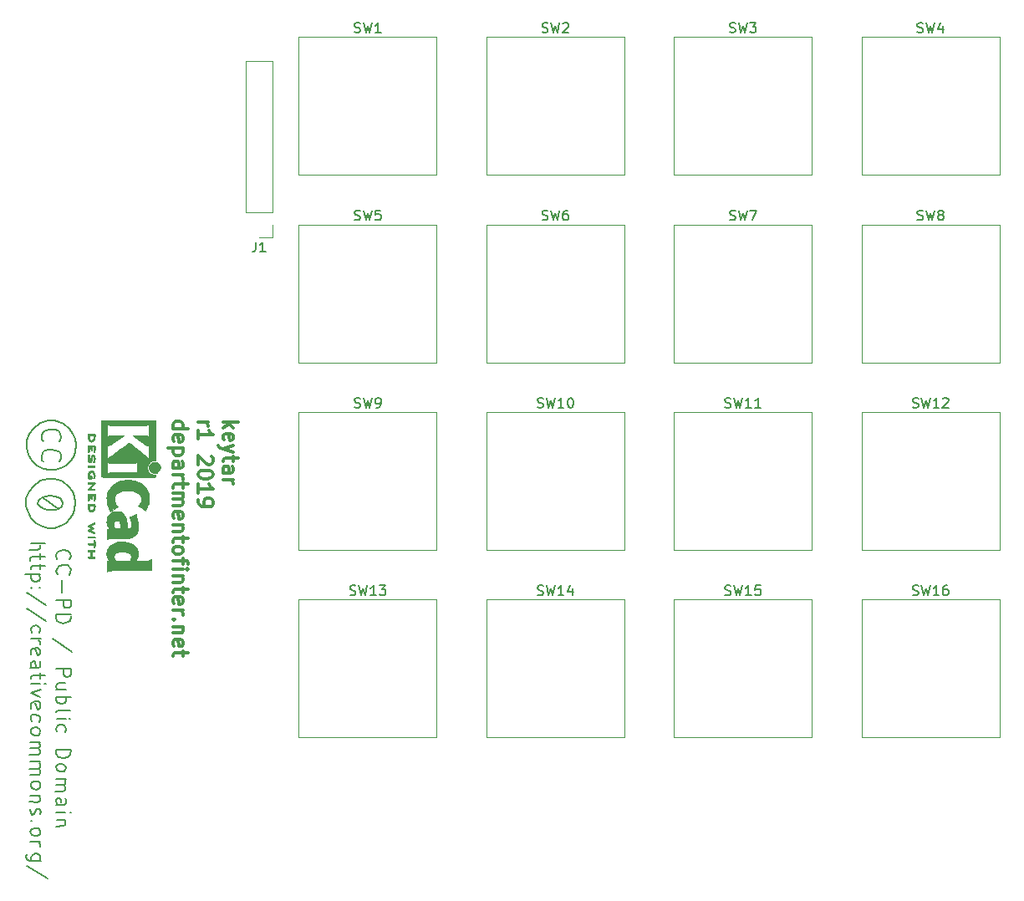
<source format=gbr>
G04 #@! TF.GenerationSoftware,KiCad,Pcbnew,(5.1.2-1)-1*
G04 #@! TF.CreationDate,2019-11-15T20:19:46-06:00*
G04 #@! TF.ProjectId,cherry-huzzah32,63686572-7279-42d6-9875-7a7a61683332,rev?*
G04 #@! TF.SameCoordinates,Original*
G04 #@! TF.FileFunction,Legend,Top*
G04 #@! TF.FilePolarity,Positive*
%FSLAX46Y46*%
G04 Gerber Fmt 4.6, Leading zero omitted, Abs format (unit mm)*
G04 Created by KiCad (PCBNEW (5.1.2-1)-1) date 2019-11-15 20:19:46*
%MOMM*%
%LPD*%
G04 APERTURE LIST*
%ADD10C,0.300000*%
%ADD11C,0.150000*%
%ADD12C,0.010000*%
%ADD13C,0.120000*%
G04 APERTURE END LIST*
D10*
X85371428Y-132052142D02*
X86871428Y-132052142D01*
X85942857Y-132195000D02*
X85371428Y-132623571D01*
X86371428Y-132623571D02*
X85800000Y-132052142D01*
X85442857Y-133837857D02*
X85371428Y-133695000D01*
X85371428Y-133409285D01*
X85442857Y-133266428D01*
X85585714Y-133195000D01*
X86157142Y-133195000D01*
X86300000Y-133266428D01*
X86371428Y-133409285D01*
X86371428Y-133695000D01*
X86300000Y-133837857D01*
X86157142Y-133909285D01*
X86014285Y-133909285D01*
X85871428Y-133195000D01*
X86371428Y-134409285D02*
X85371428Y-134766428D01*
X86371428Y-135123571D02*
X85371428Y-134766428D01*
X85014285Y-134623571D01*
X84942857Y-134552142D01*
X84871428Y-134409285D01*
X86371428Y-135480714D02*
X86371428Y-136052142D01*
X86871428Y-135695000D02*
X85585714Y-135695000D01*
X85442857Y-135766428D01*
X85371428Y-135909285D01*
X85371428Y-136052142D01*
X85371428Y-137195000D02*
X86157142Y-137195000D01*
X86300000Y-137123571D01*
X86371428Y-136980714D01*
X86371428Y-136695000D01*
X86300000Y-136552142D01*
X85442857Y-137195000D02*
X85371428Y-137052142D01*
X85371428Y-136695000D01*
X85442857Y-136552142D01*
X85585714Y-136480714D01*
X85728571Y-136480714D01*
X85871428Y-136552142D01*
X85942857Y-136695000D01*
X85942857Y-137052142D01*
X86014285Y-137195000D01*
X85371428Y-137909285D02*
X86371428Y-137909285D01*
X86085714Y-137909285D02*
X86228571Y-137980714D01*
X86300000Y-138052142D01*
X86371428Y-138195000D01*
X86371428Y-138337857D01*
X82821428Y-132052142D02*
X83821428Y-132052142D01*
X83535714Y-132052142D02*
X83678571Y-132123571D01*
X83750000Y-132195000D01*
X83821428Y-132337857D01*
X83821428Y-132480714D01*
X82821428Y-133766428D02*
X82821428Y-132909285D01*
X82821428Y-133337857D02*
X84321428Y-133337857D01*
X84107142Y-133195000D01*
X83964285Y-133052142D01*
X83892857Y-132909285D01*
X84178571Y-135480714D02*
X84250000Y-135552142D01*
X84321428Y-135695000D01*
X84321428Y-136052142D01*
X84250000Y-136195000D01*
X84178571Y-136266428D01*
X84035714Y-136337857D01*
X83892857Y-136337857D01*
X83678571Y-136266428D01*
X82821428Y-135409285D01*
X82821428Y-136337857D01*
X84321428Y-137266428D02*
X84321428Y-137409285D01*
X84250000Y-137552142D01*
X84178571Y-137623571D01*
X84035714Y-137695000D01*
X83750000Y-137766428D01*
X83392857Y-137766428D01*
X83107142Y-137695000D01*
X82964285Y-137623571D01*
X82892857Y-137552142D01*
X82821428Y-137409285D01*
X82821428Y-137266428D01*
X82892857Y-137123571D01*
X82964285Y-137052142D01*
X83107142Y-136980714D01*
X83392857Y-136909285D01*
X83750000Y-136909285D01*
X84035714Y-136980714D01*
X84178571Y-137052142D01*
X84250000Y-137123571D01*
X84321428Y-137266428D01*
X82821428Y-139195000D02*
X82821428Y-138337857D01*
X82821428Y-138766428D02*
X84321428Y-138766428D01*
X84107142Y-138623571D01*
X83964285Y-138480714D01*
X83892857Y-138337857D01*
X82821428Y-139909285D02*
X82821428Y-140195000D01*
X82892857Y-140337857D01*
X82964285Y-140409285D01*
X83178571Y-140552142D01*
X83464285Y-140623571D01*
X84035714Y-140623571D01*
X84178571Y-140552142D01*
X84250000Y-140480714D01*
X84321428Y-140337857D01*
X84321428Y-140052142D01*
X84250000Y-139909285D01*
X84178571Y-139837857D01*
X84035714Y-139766428D01*
X83678571Y-139766428D01*
X83535714Y-139837857D01*
X83464285Y-139909285D01*
X83392857Y-140052142D01*
X83392857Y-140337857D01*
X83464285Y-140480714D01*
X83535714Y-140552142D01*
X83678571Y-140623571D01*
X80271428Y-132695000D02*
X81771428Y-132695000D01*
X80342857Y-132695000D02*
X80271428Y-132552142D01*
X80271428Y-132266428D01*
X80342857Y-132123571D01*
X80414285Y-132052142D01*
X80557142Y-131980714D01*
X80985714Y-131980714D01*
X81128571Y-132052142D01*
X81200000Y-132123571D01*
X81271428Y-132266428D01*
X81271428Y-132552142D01*
X81200000Y-132695000D01*
X80342857Y-133980714D02*
X80271428Y-133837857D01*
X80271428Y-133552142D01*
X80342857Y-133409285D01*
X80485714Y-133337857D01*
X81057142Y-133337857D01*
X81200000Y-133409285D01*
X81271428Y-133552142D01*
X81271428Y-133837857D01*
X81200000Y-133980714D01*
X81057142Y-134052142D01*
X80914285Y-134052142D01*
X80771428Y-133337857D01*
X81271428Y-134695000D02*
X79771428Y-134695000D01*
X81200000Y-134695000D02*
X81271428Y-134837857D01*
X81271428Y-135123571D01*
X81200000Y-135266428D01*
X81128571Y-135337857D01*
X80985714Y-135409285D01*
X80557142Y-135409285D01*
X80414285Y-135337857D01*
X80342857Y-135266428D01*
X80271428Y-135123571D01*
X80271428Y-134837857D01*
X80342857Y-134695000D01*
X80271428Y-136695000D02*
X81057142Y-136695000D01*
X81200000Y-136623571D01*
X81271428Y-136480714D01*
X81271428Y-136195000D01*
X81200000Y-136052142D01*
X80342857Y-136695000D02*
X80271428Y-136552142D01*
X80271428Y-136195000D01*
X80342857Y-136052142D01*
X80485714Y-135980714D01*
X80628571Y-135980714D01*
X80771428Y-136052142D01*
X80842857Y-136195000D01*
X80842857Y-136552142D01*
X80914285Y-136695000D01*
X80271428Y-137409285D02*
X81271428Y-137409285D01*
X80985714Y-137409285D02*
X81128571Y-137480714D01*
X81200000Y-137552142D01*
X81271428Y-137695000D01*
X81271428Y-137837857D01*
X81271428Y-138123571D02*
X81271428Y-138695000D01*
X81771428Y-138337857D02*
X80485714Y-138337857D01*
X80342857Y-138409285D01*
X80271428Y-138552142D01*
X80271428Y-138695000D01*
X80271428Y-139195000D02*
X81271428Y-139195000D01*
X81128571Y-139195000D02*
X81200000Y-139266428D01*
X81271428Y-139409285D01*
X81271428Y-139623571D01*
X81200000Y-139766428D01*
X81057142Y-139837857D01*
X80271428Y-139837857D01*
X81057142Y-139837857D02*
X81200000Y-139909285D01*
X81271428Y-140052142D01*
X81271428Y-140266428D01*
X81200000Y-140409285D01*
X81057142Y-140480714D01*
X80271428Y-140480714D01*
X80342857Y-141766428D02*
X80271428Y-141623571D01*
X80271428Y-141337857D01*
X80342857Y-141195000D01*
X80485714Y-141123571D01*
X81057142Y-141123571D01*
X81200000Y-141195000D01*
X81271428Y-141337857D01*
X81271428Y-141623571D01*
X81200000Y-141766428D01*
X81057142Y-141837857D01*
X80914285Y-141837857D01*
X80771428Y-141123571D01*
X81271428Y-142480714D02*
X80271428Y-142480714D01*
X81128571Y-142480714D02*
X81200000Y-142552142D01*
X81271428Y-142695000D01*
X81271428Y-142909285D01*
X81200000Y-143052142D01*
X81057142Y-143123571D01*
X80271428Y-143123571D01*
X81271428Y-143623571D02*
X81271428Y-144195000D01*
X81771428Y-143837857D02*
X80485714Y-143837857D01*
X80342857Y-143909285D01*
X80271428Y-144052142D01*
X80271428Y-144195000D01*
X80271428Y-144909285D02*
X80342857Y-144766428D01*
X80414285Y-144695000D01*
X80557142Y-144623571D01*
X80985714Y-144623571D01*
X81128571Y-144695000D01*
X81200000Y-144766428D01*
X81271428Y-144909285D01*
X81271428Y-145123571D01*
X81200000Y-145266428D01*
X81128571Y-145337857D01*
X80985714Y-145409285D01*
X80557142Y-145409285D01*
X80414285Y-145337857D01*
X80342857Y-145266428D01*
X80271428Y-145123571D01*
X80271428Y-144909285D01*
X81271428Y-145837857D02*
X81271428Y-146409285D01*
X80271428Y-146052142D02*
X81557142Y-146052142D01*
X81700000Y-146123571D01*
X81771428Y-146266428D01*
X81771428Y-146409285D01*
X80271428Y-146909285D02*
X81271428Y-146909285D01*
X81771428Y-146909285D02*
X81700000Y-146837857D01*
X81628571Y-146909285D01*
X81700000Y-146980714D01*
X81771428Y-146909285D01*
X81628571Y-146909285D01*
X81271428Y-147623571D02*
X80271428Y-147623571D01*
X81128571Y-147623571D02*
X81200000Y-147695000D01*
X81271428Y-147837857D01*
X81271428Y-148052142D01*
X81200000Y-148195000D01*
X81057142Y-148266428D01*
X80271428Y-148266428D01*
X81271428Y-148766428D02*
X81271428Y-149337857D01*
X81771428Y-148980714D02*
X80485714Y-148980714D01*
X80342857Y-149052142D01*
X80271428Y-149195000D01*
X80271428Y-149337857D01*
X80342857Y-150409285D02*
X80271428Y-150266428D01*
X80271428Y-149980714D01*
X80342857Y-149837857D01*
X80485714Y-149766428D01*
X81057142Y-149766428D01*
X81200000Y-149837857D01*
X81271428Y-149980714D01*
X81271428Y-150266428D01*
X81200000Y-150409285D01*
X81057142Y-150480714D01*
X80914285Y-150480714D01*
X80771428Y-149766428D01*
X80271428Y-151123571D02*
X81271428Y-151123571D01*
X80985714Y-151123571D02*
X81128571Y-151195000D01*
X81200000Y-151266428D01*
X81271428Y-151409285D01*
X81271428Y-151552142D01*
X80414285Y-152052142D02*
X80342857Y-152123571D01*
X80271428Y-152052142D01*
X80342857Y-151980714D01*
X80414285Y-152052142D01*
X80271428Y-152052142D01*
X81271428Y-152766428D02*
X80271428Y-152766428D01*
X81128571Y-152766428D02*
X81200000Y-152837857D01*
X81271428Y-152980714D01*
X81271428Y-153195000D01*
X81200000Y-153337857D01*
X81057142Y-153409285D01*
X80271428Y-153409285D01*
X80342857Y-154695000D02*
X80271428Y-154552142D01*
X80271428Y-154266428D01*
X80342857Y-154123571D01*
X80485714Y-154052142D01*
X81057142Y-154052142D01*
X81200000Y-154123571D01*
X81271428Y-154266428D01*
X81271428Y-154552142D01*
X81200000Y-154695000D01*
X81057142Y-154766428D01*
X80914285Y-154766428D01*
X80771428Y-154052142D01*
X81271428Y-155195000D02*
X81271428Y-155766428D01*
X81771428Y-155409285D02*
X80485714Y-155409285D01*
X80342857Y-155480714D01*
X80271428Y-155623571D01*
X80271428Y-155766428D01*
D11*
X70300300Y-140849440D02*
X70399360Y-140250000D01*
X70201240Y-141250760D02*
X70300300Y-140849440D01*
X69898980Y-141751140D02*
X70201240Y-141250760D01*
X69401140Y-142248980D02*
X69898980Y-141751140D01*
X68900760Y-142551240D02*
X69401140Y-142248980D01*
X68298780Y-142749360D02*
X68900760Y-142551240D01*
X67699340Y-142749360D02*
X68298780Y-142749360D01*
X67099900Y-142650300D02*
X67699340Y-142749360D01*
X66398860Y-142248980D02*
X67099900Y-142650300D01*
X65901020Y-141751140D02*
X66398860Y-142248980D01*
X65598760Y-141149160D02*
X65901020Y-141751140D01*
X65400640Y-140549720D02*
X65598760Y-141149160D01*
X65400640Y-139749620D02*
X65400640Y-140549720D01*
X65700360Y-139051120D02*
X65400640Y-139749620D01*
X66099140Y-138550740D02*
X65700360Y-139051120D01*
X66800180Y-137948760D02*
X66099140Y-138550740D01*
X67600280Y-137750640D02*
X66800180Y-137948760D01*
X68199720Y-137750640D02*
X67600280Y-137750640D01*
X68700100Y-137849700D02*
X68199720Y-137750640D01*
X69098880Y-138050360D02*
X68700100Y-137849700D01*
X69700860Y-138550740D02*
X69098880Y-138050360D01*
X70099640Y-139051120D02*
X69700860Y-138550740D01*
X70300300Y-139548960D02*
X70099640Y-139051120D01*
X70399360Y-140150940D02*
X70300300Y-139548960D01*
X70399360Y-140250000D02*
X70399360Y-140150940D01*
X69050000Y-140000000D02*
X69100000Y-140250000D01*
X68850000Y-139750000D02*
X69050000Y-140000000D01*
X68350000Y-139600000D02*
X68850000Y-139750000D01*
X67850000Y-139500000D02*
X68350000Y-139600000D01*
X67300000Y-139600000D02*
X67850000Y-139500000D01*
X66900000Y-139750000D02*
X67300000Y-139600000D01*
X66650000Y-140000000D02*
X66900000Y-139750000D01*
X66600000Y-140300000D02*
X66650000Y-140000000D01*
X66800000Y-140600000D02*
X66600000Y-140300000D01*
X67050000Y-140750000D02*
X66800000Y-140600000D01*
X67500000Y-140950000D02*
X67050000Y-140750000D01*
X67850000Y-140950000D02*
X67500000Y-140950000D01*
X68300000Y-140950000D02*
X67850000Y-140950000D01*
X68700000Y-140800000D02*
X68300000Y-140950000D01*
X69000000Y-140550000D02*
X68700000Y-140800000D01*
X69100000Y-140250000D02*
X69000000Y-140550000D01*
X70350300Y-134999440D02*
X70449360Y-134400000D01*
X70251240Y-135400760D02*
X70350300Y-134999440D01*
X69948980Y-135901140D02*
X70251240Y-135400760D01*
X69451140Y-136398980D02*
X69948980Y-135901140D01*
X68950760Y-136701240D02*
X69451140Y-136398980D01*
X68348780Y-136899360D02*
X68950760Y-136701240D01*
X67749340Y-136899360D02*
X68348780Y-136899360D01*
X67149900Y-136800300D02*
X67749340Y-136899360D01*
X66448860Y-136398980D02*
X67149900Y-136800300D01*
X65951020Y-135901140D02*
X66448860Y-136398980D01*
X65648760Y-135299160D02*
X65951020Y-135901140D01*
X65450640Y-134699720D02*
X65648760Y-135299160D01*
X65450640Y-133899620D02*
X65450640Y-134699720D01*
X65750360Y-133201120D02*
X65450640Y-133899620D01*
X66149140Y-132700740D02*
X65750360Y-133201120D01*
X66850180Y-132098760D02*
X66149140Y-132700740D01*
X67650280Y-131900640D02*
X66850180Y-132098760D01*
X68249720Y-131900640D02*
X67650280Y-131900640D01*
X68750100Y-131999700D02*
X68249720Y-131900640D01*
X69148880Y-132200360D02*
X68750100Y-131999700D01*
X69750860Y-132700740D02*
X69148880Y-132200360D01*
X70149640Y-133201120D02*
X69750860Y-132700740D01*
X70350300Y-133698960D02*
X70149640Y-133201120D01*
X70449360Y-134300940D02*
X70350300Y-133698960D01*
X70449360Y-134400000D02*
X70449360Y-134300940D01*
X66949240Y-133800560D02*
X67149900Y-134001220D01*
X66949240Y-133399240D02*
X66949240Y-133800560D01*
X67050840Y-133099520D02*
X66949240Y-133399240D01*
X67350560Y-132898860D02*
X67050840Y-133099520D01*
X67850940Y-132799800D02*
X67350560Y-132898860D01*
X68249720Y-132799800D02*
X67850940Y-132799800D01*
X68651040Y-132898860D02*
X68249720Y-132799800D01*
X68849160Y-133201120D02*
X68651040Y-132898860D01*
X68950760Y-133599900D02*
X68849160Y-133201120D01*
X68849160Y-133899620D02*
X68950760Y-133599900D01*
X68750100Y-134001220D02*
X68849160Y-133899620D01*
X66949240Y-135901140D02*
X67149900Y-136000200D01*
X66949240Y-135598880D02*
X66949240Y-135901140D01*
X66949240Y-135400760D02*
X66949240Y-135598880D01*
X67149900Y-134999440D02*
X66949240Y-135400760D01*
X67551220Y-134798780D02*
X67149900Y-134999440D01*
X67950000Y-134798780D02*
X67551220Y-134798780D01*
X68450380Y-134900380D02*
X67950000Y-134798780D01*
X68849160Y-135101040D02*
X68450380Y-134900380D01*
X68950760Y-135400760D02*
X68849160Y-135101040D01*
X68950760Y-135700480D02*
X68950760Y-135400760D01*
X68849160Y-135901140D02*
X68950760Y-135700480D01*
X68750100Y-136000200D02*
X68849160Y-135901140D01*
X68450000Y-145600000D02*
X68550000Y-145950000D01*
X68550000Y-145250000D02*
X68450000Y-145600000D01*
X68850000Y-145050000D02*
X68550000Y-145250000D01*
X69150000Y-144950000D02*
X68850000Y-145050000D01*
X69600000Y-145050000D02*
X69150000Y-144950000D01*
X69900000Y-145300000D02*
X69600000Y-145050000D01*
X69950000Y-145650000D02*
X69900000Y-145300000D01*
X69800000Y-145950000D02*
X69950000Y-145650000D01*
X68450000Y-147200000D02*
X68600000Y-147450000D01*
X68500000Y-146900000D02*
X68450000Y-147200000D01*
X68800000Y-146600000D02*
X68500000Y-146900000D01*
X69200000Y-146500000D02*
X68800000Y-146600000D01*
X69600000Y-146550000D02*
X69200000Y-146500000D01*
X69950000Y-146900000D02*
X69600000Y-146550000D01*
X69900000Y-147300000D02*
X69950000Y-146900000D01*
X69800000Y-147550000D02*
X69900000Y-147300000D01*
X69000000Y-148050000D02*
X69000000Y-149300000D01*
X69200000Y-150550000D02*
X69200000Y-150050000D01*
X69300000Y-150800000D02*
X69200000Y-150550000D01*
X69550000Y-150850000D02*
X69300000Y-150800000D01*
X69750000Y-150850000D02*
X69550000Y-150850000D01*
X69950000Y-150650000D02*
X69750000Y-150850000D01*
X69950000Y-150050000D02*
X69950000Y-150650000D01*
X68450000Y-150050000D02*
X69950000Y-150050000D01*
X69950000Y-151800000D02*
X69950000Y-151650000D01*
X69850000Y-152150000D02*
X69950000Y-151800000D01*
X69600000Y-152300000D02*
X69850000Y-152150000D01*
X69200000Y-152400000D02*
X69600000Y-152300000D01*
X68850000Y-152350000D02*
X69200000Y-152400000D01*
X68550000Y-152150000D02*
X68850000Y-152350000D01*
X68450000Y-151850000D02*
X68550000Y-152150000D01*
X68450000Y-151550000D02*
X68450000Y-151850000D01*
X69950000Y-151550000D02*
X68450000Y-151550000D01*
X68050000Y-153950000D02*
X70050000Y-155300000D01*
X69150000Y-157550000D02*
X69150000Y-157100000D01*
X69300000Y-157750000D02*
X69150000Y-157550000D01*
X69550000Y-157850000D02*
X69300000Y-157750000D01*
X69850000Y-157750000D02*
X69550000Y-157850000D01*
X69950000Y-157500000D02*
X69850000Y-157750000D01*
X69950000Y-157000000D02*
X69950000Y-157500000D01*
X68450000Y-157000000D02*
X69950000Y-157000000D01*
X68450000Y-158800000D02*
X68550000Y-159150000D01*
X68500000Y-158600000D02*
X68450000Y-158800000D01*
X68650000Y-158450000D02*
X68500000Y-158600000D01*
X69000000Y-158450000D02*
X68650000Y-158450000D01*
X69400000Y-158450000D02*
X69000000Y-158450000D01*
X69450000Y-159150000D02*
X68450000Y-159150000D01*
X69450000Y-160250000D02*
X69450000Y-159950000D01*
X69350000Y-160500000D02*
X69450000Y-160250000D01*
X69000000Y-160600000D02*
X69350000Y-160500000D01*
X68600000Y-160500000D02*
X69000000Y-160600000D01*
X68450000Y-160250000D02*
X68600000Y-160500000D01*
X68450000Y-159850000D02*
X68450000Y-160250000D01*
X69950000Y-159900000D02*
X68450000Y-159850000D01*
X68600000Y-161250000D02*
X68450000Y-161450000D01*
X69900000Y-161250000D02*
X68600000Y-161250000D01*
X69800000Y-162050000D02*
X69800000Y-162000000D01*
X69900000Y-162050000D02*
X69800000Y-162050000D01*
X69450000Y-162050000D02*
X68500000Y-162050000D01*
X68450000Y-163150000D02*
X68500000Y-163400000D01*
X68500000Y-162850000D02*
X68450000Y-163150000D01*
X68750000Y-162700000D02*
X68500000Y-162850000D01*
X69100000Y-162700000D02*
X68750000Y-162700000D01*
X69400000Y-162850000D02*
X69100000Y-162700000D01*
X69450000Y-163200000D02*
X69400000Y-162850000D01*
X69350000Y-163450000D02*
X69450000Y-163200000D01*
X69900000Y-165750000D02*
X69950000Y-165250000D01*
X69650000Y-166000000D02*
X69900000Y-165750000D01*
X69150000Y-166100000D02*
X69650000Y-166000000D01*
X68700000Y-166000000D02*
X69150000Y-166100000D01*
X68450000Y-165650000D02*
X68700000Y-166000000D01*
X68450000Y-165250000D02*
X68450000Y-165650000D01*
X69950000Y-165250000D02*
X68450000Y-165250000D01*
X69250000Y-167400000D02*
X69400000Y-167200000D01*
X69100000Y-167450000D02*
X69250000Y-167400000D01*
X68750000Y-167450000D02*
X69100000Y-167450000D01*
X68500000Y-167250000D02*
X68750000Y-167450000D01*
X68450000Y-166950000D02*
X68500000Y-167250000D01*
X68700000Y-166700000D02*
X68450000Y-166950000D01*
X69050000Y-166700000D02*
X68700000Y-166700000D01*
X69350000Y-166850000D02*
X69050000Y-166700000D01*
X69450000Y-167100000D02*
X69350000Y-166850000D01*
X68400000Y-168150000D02*
X69450000Y-168150000D01*
X69400000Y-168500000D02*
X69350000Y-168250000D01*
X69350000Y-168700000D02*
X69400000Y-168500000D01*
X69250000Y-168800000D02*
X69350000Y-168700000D01*
X68400000Y-168800000D02*
X69250000Y-168800000D01*
X69400000Y-169050000D02*
X69300000Y-168850000D01*
X69400000Y-169300000D02*
X69400000Y-169050000D01*
X69300000Y-169400000D02*
X69400000Y-169300000D01*
X69100000Y-169450000D02*
X69300000Y-169400000D01*
X68350000Y-169450000D02*
X69100000Y-169450000D01*
X69250000Y-170800000D02*
X68400000Y-170850000D01*
X69450000Y-170650000D02*
X69250000Y-170800000D01*
X69450000Y-170300000D02*
X69450000Y-170650000D01*
X69350000Y-170150000D02*
X69450000Y-170300000D01*
X68450000Y-170350000D02*
X68500000Y-170750000D01*
X68550000Y-170150000D02*
X68450000Y-170350000D01*
X68800000Y-170150000D02*
X68550000Y-170150000D01*
X68950000Y-170300000D02*
X68800000Y-170150000D01*
X68950000Y-170600000D02*
X68950000Y-170300000D01*
X69950000Y-171550000D02*
X69850000Y-171550000D01*
X69400000Y-171550000D02*
X68450000Y-171550000D01*
X69400000Y-172300000D02*
X68500000Y-172300000D01*
X69400000Y-172700000D02*
X69350000Y-172350000D01*
X69350000Y-172850000D02*
X69400000Y-172700000D01*
X69150000Y-172950000D02*
X69350000Y-172850000D01*
X68450000Y-173000000D02*
X69150000Y-172950000D01*
X67350000Y-144300000D02*
X65850000Y-144300000D01*
X66800000Y-144850000D02*
X66800000Y-144450000D01*
X66600000Y-144950000D02*
X66800000Y-144850000D01*
X65750000Y-145000000D02*
X66600000Y-144950000D01*
X65800000Y-145850000D02*
X65800000Y-146050000D01*
X65950000Y-145700000D02*
X65800000Y-145850000D01*
X67350000Y-145700000D02*
X65950000Y-145700000D01*
X66850000Y-145350000D02*
X66850000Y-145950000D01*
X65850000Y-146850000D02*
X65850000Y-146950000D01*
X65950000Y-146600000D02*
X65850000Y-146850000D01*
X67350000Y-146600000D02*
X65950000Y-146600000D01*
X66850000Y-146950000D02*
X66850000Y-146450000D01*
X65300000Y-147450000D02*
X66850000Y-147450000D01*
X66850000Y-147900000D02*
X66750000Y-147550000D01*
X66700000Y-148150000D02*
X66850000Y-147900000D01*
X66350000Y-148200000D02*
X66700000Y-148150000D01*
X66050000Y-148100000D02*
X66350000Y-148200000D01*
X65850000Y-147850000D02*
X66050000Y-148100000D01*
X65850000Y-147500000D02*
X65850000Y-147850000D01*
X66800000Y-148800000D02*
X66700000Y-148800000D01*
X66000000Y-148850000D02*
X65850000Y-148800000D01*
X65450000Y-149300000D02*
X67400000Y-150600000D01*
X65450000Y-150900000D02*
X67450000Y-152200000D01*
X65850000Y-153050000D02*
X65950000Y-153350000D01*
X66000000Y-152750000D02*
X65850000Y-153050000D01*
X66400000Y-152650000D02*
X66000000Y-152750000D01*
X66800000Y-152850000D02*
X66400000Y-152650000D01*
X66850000Y-153150000D02*
X66800000Y-152850000D01*
X66750000Y-153400000D02*
X66850000Y-153150000D01*
X65850000Y-154000000D02*
X66900000Y-154000000D01*
X66800000Y-154300000D02*
X66650000Y-154100000D01*
X66850000Y-154550000D02*
X66800000Y-154300000D01*
X66550000Y-155650000D02*
X66300000Y-155000000D01*
X66650000Y-155650000D02*
X66550000Y-155650000D01*
X66850000Y-155450000D02*
X66650000Y-155650000D01*
X66850000Y-155200000D02*
X66850000Y-155450000D01*
X66750000Y-155000000D02*
X66850000Y-155200000D01*
X66500000Y-154900000D02*
X66750000Y-155000000D01*
X66150000Y-154950000D02*
X66500000Y-154900000D01*
X65850000Y-155050000D02*
X66150000Y-154950000D01*
X65850000Y-155300000D02*
X65850000Y-155050000D01*
X65900000Y-155600000D02*
X65850000Y-155300000D01*
X66350000Y-156350000D02*
X66400000Y-156850000D01*
X66200000Y-156250000D02*
X66350000Y-156350000D01*
X65950000Y-156300000D02*
X66200000Y-156250000D01*
X65850000Y-156450000D02*
X65950000Y-156300000D01*
X65850000Y-156950000D02*
X65850000Y-156450000D01*
X65800000Y-156950000D02*
X65850000Y-156950000D01*
X66650000Y-156950000D02*
X65800000Y-156950000D01*
X66850000Y-156800000D02*
X66650000Y-156950000D01*
X66850000Y-156400000D02*
X66850000Y-156800000D01*
X66800000Y-156250000D02*
X66850000Y-156400000D01*
X65900000Y-157850000D02*
X65850000Y-158000000D01*
X66050000Y-157700000D02*
X65900000Y-157850000D01*
X67300000Y-157700000D02*
X66050000Y-157700000D01*
X66850000Y-157400000D02*
X66850000Y-158050000D01*
X67400000Y-158550000D02*
X67250000Y-158550000D01*
X66850000Y-158550000D02*
X65850000Y-158550000D01*
X65850000Y-159500000D02*
X66850000Y-159850000D01*
X66900000Y-159100000D02*
X65850000Y-159500000D01*
X66550000Y-161200000D02*
X66300000Y-160450000D01*
X66650000Y-161150000D02*
X66550000Y-161200000D01*
X66850000Y-160950000D02*
X66650000Y-161150000D01*
X66850000Y-160600000D02*
X66850000Y-160950000D01*
X66750000Y-160350000D02*
X66850000Y-160600000D01*
X66400000Y-160350000D02*
X66750000Y-160350000D01*
X66050000Y-160400000D02*
X66400000Y-160350000D01*
X65850000Y-160600000D02*
X66050000Y-160400000D01*
X65850000Y-160850000D02*
X65850000Y-160600000D01*
X65900000Y-161100000D02*
X65850000Y-160850000D01*
X65850000Y-162150000D02*
X65950000Y-162350000D01*
X65900000Y-161850000D02*
X65850000Y-162150000D01*
X66000000Y-161700000D02*
X65900000Y-161850000D01*
X66250000Y-161650000D02*
X66000000Y-161700000D01*
X66650000Y-161750000D02*
X66250000Y-161650000D01*
X66850000Y-161950000D02*
X66650000Y-161750000D01*
X66850000Y-162200000D02*
X66850000Y-161950000D01*
X66750000Y-162450000D02*
X66850000Y-162200000D01*
X66650000Y-163750000D02*
X66800000Y-163550000D01*
X66350000Y-163800000D02*
X66650000Y-163750000D01*
X66050000Y-163700000D02*
X66350000Y-163800000D01*
X65900000Y-163500000D02*
X66050000Y-163700000D01*
X65850000Y-163250000D02*
X65900000Y-163500000D01*
X65950000Y-163000000D02*
X65850000Y-163250000D01*
X66450000Y-162900000D02*
X65950000Y-163000000D01*
X66800000Y-163200000D02*
X66450000Y-162900000D01*
X66800000Y-163400000D02*
X66800000Y-163200000D01*
X65800000Y-164450000D02*
X66850000Y-164450000D01*
X66800000Y-164900000D02*
X66750000Y-164500000D01*
X66650000Y-165050000D02*
X66800000Y-164900000D01*
X65800000Y-165050000D02*
X66650000Y-165050000D01*
X66850000Y-165400000D02*
X66750000Y-165100000D01*
X66800000Y-165600000D02*
X66850000Y-165400000D01*
X66650000Y-165750000D02*
X66800000Y-165600000D01*
X65750000Y-165750000D02*
X66650000Y-165750000D01*
X65800000Y-166450000D02*
X66800000Y-166450000D01*
X66800000Y-166700000D02*
X66750000Y-166550000D01*
X66850000Y-166950000D02*
X66800000Y-166700000D01*
X66700000Y-167150000D02*
X66850000Y-166950000D01*
X65750000Y-167150000D02*
X66700000Y-167150000D01*
X66800000Y-167350000D02*
X66700000Y-167200000D01*
X66850000Y-167600000D02*
X66800000Y-167350000D01*
X66700000Y-167750000D02*
X66850000Y-167600000D01*
X65800000Y-167800000D02*
X66700000Y-167750000D01*
X66400000Y-169250000D02*
X66650000Y-169200000D01*
X66200000Y-169200000D02*
X66400000Y-169250000D01*
X65950000Y-169100000D02*
X66200000Y-169200000D01*
X65850000Y-168850000D02*
X65950000Y-169100000D01*
X65900000Y-168600000D02*
X65850000Y-168850000D01*
X66100000Y-168450000D02*
X65900000Y-168600000D01*
X66300000Y-168400000D02*
X66100000Y-168450000D01*
X66600000Y-168450000D02*
X66300000Y-168400000D01*
X66800000Y-168550000D02*
X66600000Y-168450000D01*
X66850000Y-168750000D02*
X66800000Y-168550000D01*
X66850000Y-169000000D02*
X66850000Y-168750000D01*
X66750000Y-169150000D02*
X66850000Y-169000000D01*
X65800000Y-169850000D02*
X66850000Y-169850000D01*
X66800000Y-170200000D02*
X66700000Y-169900000D01*
X66800000Y-170400000D02*
X66800000Y-170200000D01*
X66600000Y-170550000D02*
X66800000Y-170400000D01*
X65750000Y-170500000D02*
X66600000Y-170550000D01*
X65800000Y-171300000D02*
X65900000Y-171200000D01*
X65850000Y-171550000D02*
X65800000Y-171300000D01*
X66000000Y-171800000D02*
X65850000Y-171550000D01*
X66250000Y-171750000D02*
X66000000Y-171800000D01*
X66350000Y-171500000D02*
X66250000Y-171750000D01*
X66500000Y-171200000D02*
X66350000Y-171500000D01*
X66750000Y-171200000D02*
X66500000Y-171200000D01*
X66900000Y-171450000D02*
X66750000Y-171200000D01*
X66800000Y-171750000D02*
X66900000Y-171450000D01*
X66000000Y-172450000D02*
X65850000Y-172450000D01*
X66550000Y-173950000D02*
X66800000Y-173750000D01*
X66300000Y-173950000D02*
X66550000Y-173950000D01*
X65950000Y-173850000D02*
X66300000Y-173950000D01*
X65800000Y-173550000D02*
X65950000Y-173850000D01*
X66000000Y-173250000D02*
X65800000Y-173550000D01*
X66300000Y-173150000D02*
X66000000Y-173250000D01*
X66650000Y-173150000D02*
X66300000Y-173150000D01*
X66850000Y-173400000D02*
X66650000Y-173150000D01*
X66850000Y-173700000D02*
X66850000Y-173400000D01*
X66850000Y-174550000D02*
X65800000Y-174550000D01*
X66850000Y-174900000D02*
X66700000Y-174650000D01*
X66850000Y-175050000D02*
X66850000Y-174900000D01*
X65750000Y-176500000D02*
X66900000Y-176500000D01*
X65450000Y-176350000D02*
X65750000Y-176500000D01*
X65350000Y-176050000D02*
X65450000Y-176350000D01*
X65450000Y-175800000D02*
X65350000Y-176050000D01*
X65900000Y-176150000D02*
X65900000Y-176400000D01*
X66000000Y-175950000D02*
X65900000Y-176150000D01*
X66300000Y-175750000D02*
X66000000Y-175950000D01*
X66700000Y-175800000D02*
X66300000Y-175750000D01*
X66850000Y-176050000D02*
X66700000Y-175800000D01*
X66800000Y-176400000D02*
X66850000Y-176050000D01*
X65500000Y-177000000D02*
X67550000Y-178300000D01*
X68700000Y-140800000D02*
X67150000Y-139750000D01*
D12*
G36*
X72364742Y-133390337D02*
G01*
X72364341Y-133429819D01*
X72361549Y-133545508D01*
X72353258Y-133642397D01*
X72338576Y-133723789D01*
X72316615Y-133792985D01*
X72286486Y-133853288D01*
X72247298Y-133908000D01*
X72230276Y-133927541D01*
X72190445Y-133959958D01*
X72136395Y-133989188D01*
X72076485Y-134011717D01*
X72019069Y-134024029D01*
X71997852Y-134025308D01*
X71939039Y-134017291D01*
X71874795Y-133995809D01*
X71813987Y-133964709D01*
X71765478Y-133927842D01*
X71759626Y-133921854D01*
X71718487Y-133871129D01*
X71686373Y-133815583D01*
X71662443Y-133752012D01*
X71645855Y-133677214D01*
X71635767Y-133587986D01*
X71631339Y-133481126D01*
X71630963Y-133432180D01*
X71631263Y-133369946D01*
X71632516Y-133326180D01*
X71635254Y-133296777D01*
X71640007Y-133277629D01*
X71647307Y-133264631D01*
X71653541Y-133257663D01*
X71661114Y-133251082D01*
X71670884Y-133245920D01*
X71685468Y-133242005D01*
X71707482Y-133239165D01*
X71739544Y-133237228D01*
X71784272Y-133236024D01*
X71844282Y-133235380D01*
X71922191Y-133235125D01*
X71997852Y-133235086D01*
X72098767Y-133234838D01*
X72179381Y-133234891D01*
X72217986Y-133235851D01*
X72217986Y-133381841D01*
X71777719Y-133381841D01*
X71777804Y-133474974D01*
X71779412Y-133531015D01*
X71783552Y-133589709D01*
X71789344Y-133638680D01*
X71789582Y-133640170D01*
X71808718Y-133719316D01*
X71838521Y-133780706D01*
X71880930Y-133827403D01*
X71926847Y-133857073D01*
X71977782Y-133875355D01*
X72025608Y-133873937D01*
X72076875Y-133852720D01*
X72129909Y-133811219D01*
X72169208Y-133753710D01*
X72195477Y-133678958D01*
X72204773Y-133629000D01*
X72211301Y-133572292D01*
X72216026Y-133512189D01*
X72217991Y-133461069D01*
X72218000Y-133458041D01*
X72217986Y-133381841D01*
X72217986Y-133235851D01*
X72241957Y-133236448D01*
X72288753Y-133240710D01*
X72322030Y-133248878D01*
X72344049Y-133262152D01*
X72357069Y-133281734D01*
X72363351Y-133308825D01*
X72365155Y-133344626D01*
X72364742Y-133390337D01*
X72364742Y-133390337D01*
G37*
X72364742Y-133390337D02*
X72364341Y-133429819D01*
X72361549Y-133545508D01*
X72353258Y-133642397D01*
X72338576Y-133723789D01*
X72316615Y-133792985D01*
X72286486Y-133853288D01*
X72247298Y-133908000D01*
X72230276Y-133927541D01*
X72190445Y-133959958D01*
X72136395Y-133989188D01*
X72076485Y-134011717D01*
X72019069Y-134024029D01*
X71997852Y-134025308D01*
X71939039Y-134017291D01*
X71874795Y-133995809D01*
X71813987Y-133964709D01*
X71765478Y-133927842D01*
X71759626Y-133921854D01*
X71718487Y-133871129D01*
X71686373Y-133815583D01*
X71662443Y-133752012D01*
X71645855Y-133677214D01*
X71635767Y-133587986D01*
X71631339Y-133481126D01*
X71630963Y-133432180D01*
X71631263Y-133369946D01*
X71632516Y-133326180D01*
X71635254Y-133296777D01*
X71640007Y-133277629D01*
X71647307Y-133264631D01*
X71653541Y-133257663D01*
X71661114Y-133251082D01*
X71670884Y-133245920D01*
X71685468Y-133242005D01*
X71707482Y-133239165D01*
X71739544Y-133237228D01*
X71784272Y-133236024D01*
X71844282Y-133235380D01*
X71922191Y-133235125D01*
X71997852Y-133235086D01*
X72098767Y-133234838D01*
X72179381Y-133234891D01*
X72217986Y-133235851D01*
X72217986Y-133381841D01*
X71777719Y-133381841D01*
X71777804Y-133474974D01*
X71779412Y-133531015D01*
X71783552Y-133589709D01*
X71789344Y-133638680D01*
X71789582Y-133640170D01*
X71808718Y-133719316D01*
X71838521Y-133780706D01*
X71880930Y-133827403D01*
X71926847Y-133857073D01*
X71977782Y-133875355D01*
X72025608Y-133873937D01*
X72076875Y-133852720D01*
X72129909Y-133811219D01*
X72169208Y-133753710D01*
X72195477Y-133678958D01*
X72204773Y-133629000D01*
X72211301Y-133572292D01*
X72216026Y-133512189D01*
X72217991Y-133461069D01*
X72218000Y-133458041D01*
X72217986Y-133381841D01*
X72217986Y-133235851D01*
X72241957Y-133236448D01*
X72288753Y-133240710D01*
X72322030Y-133248878D01*
X72344049Y-133262152D01*
X72357069Y-133281734D01*
X72363351Y-133308825D01*
X72365155Y-133344626D01*
X72364742Y-133390337D01*
G36*
X72364662Y-134798914D02*
G01*
X72364290Y-134868322D01*
X72363423Y-134920711D01*
X72361862Y-134958861D01*
X72359405Y-134985549D01*
X72355851Y-135003555D01*
X72350998Y-135015659D01*
X72344647Y-135024639D01*
X72341724Y-135027890D01*
X72310666Y-135047665D01*
X72274980Y-135051226D01*
X72243298Y-135038217D01*
X72236895Y-135032202D01*
X72230687Y-135022473D01*
X72225898Y-135006807D01*
X72222294Y-134982300D01*
X72219644Y-134946047D01*
X72217713Y-134895143D01*
X72216269Y-134826682D01*
X72215390Y-134764091D01*
X72212341Y-134516374D01*
X72147430Y-134512989D01*
X72082519Y-134509603D01*
X72082519Y-134677750D01*
X72081889Y-134750749D01*
X72079255Y-134804191D01*
X72073499Y-134841080D01*
X72063504Y-134864420D01*
X72048152Y-134877214D01*
X72026326Y-134882466D01*
X72006070Y-134883263D01*
X71981216Y-134880785D01*
X71962902Y-134871431D01*
X71950171Y-134852325D01*
X71942067Y-134820590D01*
X71937632Y-134773349D01*
X71935909Y-134707725D01*
X71935763Y-134671907D01*
X71935763Y-134510730D01*
X71777719Y-134510730D01*
X71777719Y-134759086D01*
X71777606Y-134840495D01*
X71777096Y-134902366D01*
X71775938Y-134947740D01*
X71773878Y-134979654D01*
X71770662Y-135001149D01*
X71766036Y-135015265D01*
X71759749Y-135025040D01*
X71755141Y-135030019D01*
X71728248Y-135047098D01*
X71704341Y-135052597D01*
X71675141Y-135044745D01*
X71653541Y-135030019D01*
X71646742Y-135022162D01*
X71641462Y-135012020D01*
X71637510Y-134996864D01*
X71634695Y-134973967D01*
X71632826Y-134940599D01*
X71631710Y-134894033D01*
X71631157Y-134831541D01*
X71630975Y-134750394D01*
X71630963Y-134708286D01*
X71631043Y-134618110D01*
X71631410Y-134547784D01*
X71632256Y-134494579D01*
X71633772Y-134455768D01*
X71636149Y-134428621D01*
X71639579Y-134410410D01*
X71644254Y-134398408D01*
X71650364Y-134389886D01*
X71653541Y-134386552D01*
X71661138Y-134379953D01*
X71670938Y-134374781D01*
X71685569Y-134370862D01*
X71707656Y-134368024D01*
X71739826Y-134366093D01*
X71784705Y-134364896D01*
X71844919Y-134364260D01*
X71923095Y-134364011D01*
X71995885Y-134363974D01*
X72089101Y-134364008D01*
X72162377Y-134364243D01*
X72218350Y-134364878D01*
X72259657Y-134366114D01*
X72288936Y-134368152D01*
X72308824Y-134371191D01*
X72321958Y-134375431D01*
X72330976Y-134381073D01*
X72338515Y-134388317D01*
X72340196Y-134390102D01*
X72347636Y-134398763D01*
X72353399Y-134408826D01*
X72357696Y-134423083D01*
X72360744Y-134444325D01*
X72362757Y-134475344D01*
X72363948Y-134518931D01*
X72364533Y-134577877D01*
X72364725Y-134654974D01*
X72364741Y-134709707D01*
X72364662Y-134798914D01*
X72364662Y-134798914D01*
G37*
X72364662Y-134798914D02*
X72364290Y-134868322D01*
X72363423Y-134920711D01*
X72361862Y-134958861D01*
X72359405Y-134985549D01*
X72355851Y-135003555D01*
X72350998Y-135015659D01*
X72344647Y-135024639D01*
X72341724Y-135027890D01*
X72310666Y-135047665D01*
X72274980Y-135051226D01*
X72243298Y-135038217D01*
X72236895Y-135032202D01*
X72230687Y-135022473D01*
X72225898Y-135006807D01*
X72222294Y-134982300D01*
X72219644Y-134946047D01*
X72217713Y-134895143D01*
X72216269Y-134826682D01*
X72215390Y-134764091D01*
X72212341Y-134516374D01*
X72147430Y-134512989D01*
X72082519Y-134509603D01*
X72082519Y-134677750D01*
X72081889Y-134750749D01*
X72079255Y-134804191D01*
X72073499Y-134841080D01*
X72063504Y-134864420D01*
X72048152Y-134877214D01*
X72026326Y-134882466D01*
X72006070Y-134883263D01*
X71981216Y-134880785D01*
X71962902Y-134871431D01*
X71950171Y-134852325D01*
X71942067Y-134820590D01*
X71937632Y-134773349D01*
X71935909Y-134707725D01*
X71935763Y-134671907D01*
X71935763Y-134510730D01*
X71777719Y-134510730D01*
X71777719Y-134759086D01*
X71777606Y-134840495D01*
X71777096Y-134902366D01*
X71775938Y-134947740D01*
X71773878Y-134979654D01*
X71770662Y-135001149D01*
X71766036Y-135015265D01*
X71759749Y-135025040D01*
X71755141Y-135030019D01*
X71728248Y-135047098D01*
X71704341Y-135052597D01*
X71675141Y-135044745D01*
X71653541Y-135030019D01*
X71646742Y-135022162D01*
X71641462Y-135012020D01*
X71637510Y-134996864D01*
X71634695Y-134973967D01*
X71632826Y-134940599D01*
X71631710Y-134894033D01*
X71631157Y-134831541D01*
X71630975Y-134750394D01*
X71630963Y-134708286D01*
X71631043Y-134618110D01*
X71631410Y-134547784D01*
X71632256Y-134494579D01*
X71633772Y-134455768D01*
X71636149Y-134428621D01*
X71639579Y-134410410D01*
X71644254Y-134398408D01*
X71650364Y-134389886D01*
X71653541Y-134386552D01*
X71661138Y-134379953D01*
X71670938Y-134374781D01*
X71685569Y-134370862D01*
X71707656Y-134368024D01*
X71739826Y-134366093D01*
X71784705Y-134364896D01*
X71844919Y-134364260D01*
X71923095Y-134364011D01*
X71995885Y-134363974D01*
X72089101Y-134364008D01*
X72162377Y-134364243D01*
X72218350Y-134364878D01*
X72259657Y-134366114D01*
X72288936Y-134368152D01*
X72308824Y-134371191D01*
X72321958Y-134375431D01*
X72330976Y-134381073D01*
X72338515Y-134388317D01*
X72340196Y-134390102D01*
X72347636Y-134398763D01*
X72353399Y-134408826D01*
X72357696Y-134423083D01*
X72360744Y-134444325D01*
X72362757Y-134475344D01*
X72363948Y-134518931D01*
X72364533Y-134577877D01*
X72364725Y-134654974D01*
X72364741Y-134709707D01*
X72364662Y-134798914D01*
G36*
X72363457Y-135820005D02*
G01*
X72358227Y-135894820D01*
X72350058Y-135964402D01*
X72339258Y-136024706D01*
X72326135Y-136071688D01*
X72310995Y-136101302D01*
X72306539Y-136105848D01*
X72271958Y-136121654D01*
X72236457Y-136116861D01*
X72206083Y-136092344D01*
X72205212Y-136091174D01*
X72195854Y-136076754D01*
X72190932Y-136061700D01*
X72190335Y-136040703D01*
X72193947Y-136008451D01*
X72201654Y-135959635D01*
X72202303Y-135955708D01*
X72211239Y-135882969D01*
X72215647Y-135804491D01*
X72215689Y-135725781D01*
X72211529Y-135652347D01*
X72203329Y-135589697D01*
X72191251Y-135543338D01*
X72190037Y-135540292D01*
X72171193Y-135506660D01*
X72152123Y-135494844D01*
X72133369Y-135504094D01*
X72115471Y-135533661D01*
X72098971Y-135582797D01*
X72084412Y-135650751D01*
X72077402Y-135696063D01*
X72063919Y-135790252D01*
X72051594Y-135865164D01*
X72039359Y-135923991D01*
X72026147Y-135969923D01*
X72010891Y-136006153D01*
X71992523Y-136035870D01*
X71969977Y-136062266D01*
X71947837Y-136083478D01*
X71916989Y-136108643D01*
X71890463Y-136121027D01*
X71857782Y-136124900D01*
X71845813Y-136125041D01*
X71806096Y-136122132D01*
X71776549Y-136110506D01*
X71750322Y-136090385D01*
X71710232Y-136049492D01*
X71679659Y-136003891D01*
X71657605Y-135950195D01*
X71643073Y-135885016D01*
X71635067Y-135804964D01*
X71632590Y-135706651D01*
X71632631Y-135690419D01*
X71633990Y-135624859D01*
X71637078Y-135559842D01*
X71641452Y-135502456D01*
X71646668Y-135459786D01*
X71647267Y-135456336D01*
X71657317Y-135413912D01*
X71670012Y-135377928D01*
X71681618Y-135357558D01*
X71712236Y-135338601D01*
X71747890Y-135337281D01*
X71779664Y-135353623D01*
X71783257Y-135357279D01*
X71793932Y-135372393D01*
X71798532Y-135391293D01*
X71797749Y-135420546D01*
X71793681Y-135456057D01*
X71790046Y-135495738D01*
X71786980Y-135551363D01*
X71784755Y-135616302D01*
X71783644Y-135683923D01*
X71783571Y-135701708D01*
X71783844Y-135769580D01*
X71785162Y-135819254D01*
X71787981Y-135855098D01*
X71792758Y-135881484D01*
X71799951Y-135902782D01*
X71805941Y-135915582D01*
X71822575Y-135943708D01*
X71837640Y-135961640D01*
X71841911Y-135964261D01*
X71859545Y-135958732D01*
X71876616Y-135932448D01*
X71892350Y-135887230D01*
X71905970Y-135824900D01*
X71909004Y-135806537D01*
X71924070Y-135710618D01*
X71936662Y-135634067D01*
X71947697Y-135573928D01*
X71958088Y-135527248D01*
X71968752Y-135491071D01*
X71980603Y-135462443D01*
X71994557Y-135438410D01*
X72011527Y-135416016D01*
X72032430Y-135392306D01*
X72039759Y-135384328D01*
X72067109Y-135356355D01*
X72088779Y-135341548D01*
X72113576Y-135335756D01*
X72144825Y-135334819D01*
X72206103Y-135345133D01*
X72258168Y-135375956D01*
X72300850Y-135427113D01*
X72333983Y-135498425D01*
X72348844Y-135549308D01*
X72358442Y-135604608D01*
X72363872Y-135670855D01*
X72365441Y-135744002D01*
X72363457Y-135820005D01*
X72363457Y-135820005D01*
G37*
X72363457Y-135820005D02*
X72358227Y-135894820D01*
X72350058Y-135964402D01*
X72339258Y-136024706D01*
X72326135Y-136071688D01*
X72310995Y-136101302D01*
X72306539Y-136105848D01*
X72271958Y-136121654D01*
X72236457Y-136116861D01*
X72206083Y-136092344D01*
X72205212Y-136091174D01*
X72195854Y-136076754D01*
X72190932Y-136061700D01*
X72190335Y-136040703D01*
X72193947Y-136008451D01*
X72201654Y-135959635D01*
X72202303Y-135955708D01*
X72211239Y-135882969D01*
X72215647Y-135804491D01*
X72215689Y-135725781D01*
X72211529Y-135652347D01*
X72203329Y-135589697D01*
X72191251Y-135543338D01*
X72190037Y-135540292D01*
X72171193Y-135506660D01*
X72152123Y-135494844D01*
X72133369Y-135504094D01*
X72115471Y-135533661D01*
X72098971Y-135582797D01*
X72084412Y-135650751D01*
X72077402Y-135696063D01*
X72063919Y-135790252D01*
X72051594Y-135865164D01*
X72039359Y-135923991D01*
X72026147Y-135969923D01*
X72010891Y-136006153D01*
X71992523Y-136035870D01*
X71969977Y-136062266D01*
X71947837Y-136083478D01*
X71916989Y-136108643D01*
X71890463Y-136121027D01*
X71857782Y-136124900D01*
X71845813Y-136125041D01*
X71806096Y-136122132D01*
X71776549Y-136110506D01*
X71750322Y-136090385D01*
X71710232Y-136049492D01*
X71679659Y-136003891D01*
X71657605Y-135950195D01*
X71643073Y-135885016D01*
X71635067Y-135804964D01*
X71632590Y-135706651D01*
X71632631Y-135690419D01*
X71633990Y-135624859D01*
X71637078Y-135559842D01*
X71641452Y-135502456D01*
X71646668Y-135459786D01*
X71647267Y-135456336D01*
X71657317Y-135413912D01*
X71670012Y-135377928D01*
X71681618Y-135357558D01*
X71712236Y-135338601D01*
X71747890Y-135337281D01*
X71779664Y-135353623D01*
X71783257Y-135357279D01*
X71793932Y-135372393D01*
X71798532Y-135391293D01*
X71797749Y-135420546D01*
X71793681Y-135456057D01*
X71790046Y-135495738D01*
X71786980Y-135551363D01*
X71784755Y-135616302D01*
X71783644Y-135683923D01*
X71783571Y-135701708D01*
X71783844Y-135769580D01*
X71785162Y-135819254D01*
X71787981Y-135855098D01*
X71792758Y-135881484D01*
X71799951Y-135902782D01*
X71805941Y-135915582D01*
X71822575Y-135943708D01*
X71837640Y-135961640D01*
X71841911Y-135964261D01*
X71859545Y-135958732D01*
X71876616Y-135932448D01*
X71892350Y-135887230D01*
X71905970Y-135824900D01*
X71909004Y-135806537D01*
X71924070Y-135710618D01*
X71936662Y-135634067D01*
X71947697Y-135573928D01*
X71958088Y-135527248D01*
X71968752Y-135491071D01*
X71980603Y-135462443D01*
X71994557Y-135438410D01*
X72011527Y-135416016D01*
X72032430Y-135392306D01*
X72039759Y-135384328D01*
X72067109Y-135356355D01*
X72088779Y-135341548D01*
X72113576Y-135335756D01*
X72144825Y-135334819D01*
X72206103Y-135345133D01*
X72258168Y-135375956D01*
X72300850Y-135427113D01*
X72333983Y-135498425D01*
X72348844Y-135549308D01*
X72358442Y-135604608D01*
X72363872Y-135670855D01*
X72365441Y-135744002D01*
X72363457Y-135820005D01*
G36*
X72342163Y-136587886D02*
G01*
X72334590Y-136594466D01*
X72324821Y-136599629D01*
X72310237Y-136603544D01*
X72288223Y-136606384D01*
X72256160Y-136608321D01*
X72211433Y-136609525D01*
X72151423Y-136610169D01*
X72073514Y-136610424D01*
X71997852Y-136610463D01*
X71904006Y-136610394D01*
X71830119Y-136610070D01*
X71773576Y-136609322D01*
X71731759Y-136607976D01*
X71702051Y-136605862D01*
X71681835Y-136602808D01*
X71668494Y-136598642D01*
X71659410Y-136593192D01*
X71653541Y-136587886D01*
X71633861Y-136554882D01*
X71635627Y-136519717D01*
X71657091Y-136488253D01*
X71665471Y-136481024D01*
X71675194Y-136475374D01*
X71688947Y-136471109D01*
X71709419Y-136468035D01*
X71739296Y-136465956D01*
X71781267Y-136464678D01*
X71838019Y-136464007D01*
X71912241Y-136463749D01*
X71996271Y-136463708D01*
X72309323Y-136463708D01*
X72337032Y-136491417D01*
X72360345Y-136525571D01*
X72361185Y-136558702D01*
X72342163Y-136587886D01*
X72342163Y-136587886D01*
G37*
X72342163Y-136587886D02*
X72334590Y-136594466D01*
X72324821Y-136599629D01*
X72310237Y-136603544D01*
X72288223Y-136606384D01*
X72256160Y-136608321D01*
X72211433Y-136609525D01*
X72151423Y-136610169D01*
X72073514Y-136610424D01*
X71997852Y-136610463D01*
X71904006Y-136610394D01*
X71830119Y-136610070D01*
X71773576Y-136609322D01*
X71731759Y-136607976D01*
X71702051Y-136605862D01*
X71681835Y-136602808D01*
X71668494Y-136598642D01*
X71659410Y-136593192D01*
X71653541Y-136587886D01*
X71633861Y-136554882D01*
X71635627Y-136519717D01*
X71657091Y-136488253D01*
X71665471Y-136481024D01*
X71675194Y-136475374D01*
X71688947Y-136471109D01*
X71709419Y-136468035D01*
X71739296Y-136465956D01*
X71781267Y-136464678D01*
X71838019Y-136464007D01*
X71912241Y-136463749D01*
X71996271Y-136463708D01*
X72309323Y-136463708D01*
X72337032Y-136491417D01*
X72360345Y-136525571D01*
X72361185Y-136558702D01*
X72342163Y-136587886D01*
G36*
X72359209Y-137561627D02*
G01*
X72347713Y-137630143D01*
X72329841Y-137682765D01*
X72306309Y-137717000D01*
X72292884Y-137726329D01*
X72261660Y-137735815D01*
X72233413Y-137729431D01*
X72206626Y-137709278D01*
X72194095Y-137677963D01*
X72195112Y-137632525D01*
X72201902Y-137597382D01*
X72214837Y-137519289D01*
X72216066Y-137439482D01*
X72205567Y-137350153D01*
X72201118Y-137325479D01*
X72177700Y-137242417D01*
X72142863Y-137177435D01*
X72097204Y-137131247D01*
X72041314Y-137104563D01*
X72012420Y-137099045D01*
X71953796Y-137102657D01*
X71901929Y-137125979D01*
X71857830Y-137166884D01*
X71822509Y-137223249D01*
X71796979Y-137292948D01*
X71782249Y-137373856D01*
X71779330Y-137463848D01*
X71789233Y-137560798D01*
X71790167Y-137566272D01*
X71797349Y-137604833D01*
X71804287Y-137626214D01*
X71814581Y-137635481D01*
X71831832Y-137637702D01*
X71840967Y-137637752D01*
X71879319Y-137637752D01*
X71879319Y-137569277D01*
X71883461Y-137508808D01*
X71896661Y-137467543D01*
X71920078Y-137443533D01*
X71954872Y-137434831D01*
X71959414Y-137434725D01*
X71989154Y-137439816D01*
X72010389Y-137457275D01*
X72024442Y-137489769D01*
X72032635Y-137539965D01*
X72035647Y-137588585D01*
X72037375Y-137659252D01*
X72034738Y-137710510D01*
X72025008Y-137745469D01*
X72005455Y-137767238D01*
X71973352Y-137778928D01*
X71925970Y-137783648D01*
X71863737Y-137784508D01*
X71794273Y-137783099D01*
X71747022Y-137778860D01*
X71721796Y-137771772D01*
X71719820Y-137770397D01*
X71688300Y-137731480D01*
X71663338Y-137674422D01*
X71645468Y-137602839D01*
X71635222Y-137520350D01*
X71633135Y-137430569D01*
X71639740Y-137337116D01*
X71647852Y-137282152D01*
X71672254Y-137195942D01*
X71712146Y-137115816D01*
X71763921Y-137048731D01*
X71774269Y-137038535D01*
X71817773Y-137005406D01*
X71871690Y-136975514D01*
X71928216Y-136952351D01*
X71979549Y-136939410D01*
X71999264Y-136937850D01*
X72040389Y-136944490D01*
X72091556Y-136962140D01*
X72145414Y-136987411D01*
X72194613Y-137016919D01*
X72227474Y-137042989D01*
X72276356Y-137103943D01*
X72315263Y-137182739D01*
X72343314Y-137276551D01*
X72359629Y-137382558D01*
X72363616Y-137479708D01*
X72359209Y-137561627D01*
X72359209Y-137561627D01*
G37*
X72359209Y-137561627D02*
X72347713Y-137630143D01*
X72329841Y-137682765D01*
X72306309Y-137717000D01*
X72292884Y-137726329D01*
X72261660Y-137735815D01*
X72233413Y-137729431D01*
X72206626Y-137709278D01*
X72194095Y-137677963D01*
X72195112Y-137632525D01*
X72201902Y-137597382D01*
X72214837Y-137519289D01*
X72216066Y-137439482D01*
X72205567Y-137350153D01*
X72201118Y-137325479D01*
X72177700Y-137242417D01*
X72142863Y-137177435D01*
X72097204Y-137131247D01*
X72041314Y-137104563D01*
X72012420Y-137099045D01*
X71953796Y-137102657D01*
X71901929Y-137125979D01*
X71857830Y-137166884D01*
X71822509Y-137223249D01*
X71796979Y-137292948D01*
X71782249Y-137373856D01*
X71779330Y-137463848D01*
X71789233Y-137560798D01*
X71790167Y-137566272D01*
X71797349Y-137604833D01*
X71804287Y-137626214D01*
X71814581Y-137635481D01*
X71831832Y-137637702D01*
X71840967Y-137637752D01*
X71879319Y-137637752D01*
X71879319Y-137569277D01*
X71883461Y-137508808D01*
X71896661Y-137467543D01*
X71920078Y-137443533D01*
X71954872Y-137434831D01*
X71959414Y-137434725D01*
X71989154Y-137439816D01*
X72010389Y-137457275D01*
X72024442Y-137489769D01*
X72032635Y-137539965D01*
X72035647Y-137588585D01*
X72037375Y-137659252D01*
X72034738Y-137710510D01*
X72025008Y-137745469D01*
X72005455Y-137767238D01*
X71973352Y-137778928D01*
X71925970Y-137783648D01*
X71863737Y-137784508D01*
X71794273Y-137783099D01*
X71747022Y-137778860D01*
X71721796Y-137771772D01*
X71719820Y-137770397D01*
X71688300Y-137731480D01*
X71663338Y-137674422D01*
X71645468Y-137602839D01*
X71635222Y-137520350D01*
X71633135Y-137430569D01*
X71639740Y-137337116D01*
X71647852Y-137282152D01*
X71672254Y-137195942D01*
X71712146Y-137115816D01*
X71763921Y-137048731D01*
X71774269Y-137038535D01*
X71817773Y-137005406D01*
X71871690Y-136975514D01*
X71928216Y-136952351D01*
X71979549Y-136939410D01*
X71999264Y-136937850D01*
X72040389Y-136944490D01*
X72091556Y-136962140D01*
X72145414Y-136987411D01*
X72194613Y-137016919D01*
X72227474Y-137042989D01*
X72276356Y-137103943D01*
X72315263Y-137182739D01*
X72343314Y-137276551D01*
X72359629Y-137382558D01*
X72363616Y-137479708D01*
X72359209Y-137561627D01*
G36*
X72360360Y-138211594D02*
G01*
X72346535Y-138235160D01*
X72323927Y-138265973D01*
X72291470Y-138305630D01*
X72248100Y-138355728D01*
X72192750Y-138417865D01*
X72124357Y-138493636D01*
X72045724Y-138580374D01*
X71881930Y-138760997D01*
X72101779Y-138766641D01*
X72177457Y-138768679D01*
X72233814Y-138770645D01*
X72274102Y-138772974D01*
X72301573Y-138776102D01*
X72319479Y-138780463D01*
X72331071Y-138786492D01*
X72339600Y-138794624D01*
X72343185Y-138798936D01*
X72362138Y-138833467D01*
X72359367Y-138866325D01*
X72343175Y-138892390D01*
X72321609Y-138919041D01*
X72006657Y-138922356D01*
X71914029Y-138923273D01*
X71841264Y-138923740D01*
X71785647Y-138923595D01*
X71744466Y-138922676D01*
X71715005Y-138920821D01*
X71694553Y-138917869D01*
X71680395Y-138913658D01*
X71669817Y-138908026D01*
X71661334Y-138901781D01*
X71645601Y-138888269D01*
X71635172Y-138874825D01*
X71631169Y-138859584D01*
X71634714Y-138840682D01*
X71646929Y-138816253D01*
X71668937Y-138784435D01*
X71701859Y-138743360D01*
X71746817Y-138691166D01*
X71804933Y-138625986D01*
X71871709Y-138552152D01*
X72112350Y-138286863D01*
X71893219Y-138281219D01*
X71817680Y-138279177D01*
X71761454Y-138277206D01*
X71721284Y-138274869D01*
X71693912Y-138271727D01*
X71676080Y-138267344D01*
X71664529Y-138261284D01*
X71656001Y-138253108D01*
X71652526Y-138248924D01*
X71633436Y-138211943D01*
X71636315Y-138177000D01*
X71660708Y-138146572D01*
X71670522Y-138139611D01*
X71681982Y-138134185D01*
X71697840Y-138130105D01*
X71720845Y-138127179D01*
X71753746Y-138125216D01*
X71799292Y-138124025D01*
X71860235Y-138123416D01*
X71939322Y-138123197D01*
X71997852Y-138123174D01*
X72089401Y-138123248D01*
X72161121Y-138123595D01*
X72215763Y-138124407D01*
X72256076Y-138125875D01*
X72284810Y-138128189D01*
X72304715Y-138131541D01*
X72318540Y-138136120D01*
X72329036Y-138142119D01*
X72334997Y-138146572D01*
X72349117Y-138157858D01*
X72359779Y-138168407D01*
X72365916Y-138179815D01*
X72366465Y-138193678D01*
X72360360Y-138211594D01*
X72360360Y-138211594D01*
G37*
X72360360Y-138211594D02*
X72346535Y-138235160D01*
X72323927Y-138265973D01*
X72291470Y-138305630D01*
X72248100Y-138355728D01*
X72192750Y-138417865D01*
X72124357Y-138493636D01*
X72045724Y-138580374D01*
X71881930Y-138760997D01*
X72101779Y-138766641D01*
X72177457Y-138768679D01*
X72233814Y-138770645D01*
X72274102Y-138772974D01*
X72301573Y-138776102D01*
X72319479Y-138780463D01*
X72331071Y-138786492D01*
X72339600Y-138794624D01*
X72343185Y-138798936D01*
X72362138Y-138833467D01*
X72359367Y-138866325D01*
X72343175Y-138892390D01*
X72321609Y-138919041D01*
X72006657Y-138922356D01*
X71914029Y-138923273D01*
X71841264Y-138923740D01*
X71785647Y-138923595D01*
X71744466Y-138922676D01*
X71715005Y-138920821D01*
X71694553Y-138917869D01*
X71680395Y-138913658D01*
X71669817Y-138908026D01*
X71661334Y-138901781D01*
X71645601Y-138888269D01*
X71635172Y-138874825D01*
X71631169Y-138859584D01*
X71634714Y-138840682D01*
X71646929Y-138816253D01*
X71668937Y-138784435D01*
X71701859Y-138743360D01*
X71746817Y-138691166D01*
X71804933Y-138625986D01*
X71871709Y-138552152D01*
X72112350Y-138286863D01*
X71893219Y-138281219D01*
X71817680Y-138279177D01*
X71761454Y-138277206D01*
X71721284Y-138274869D01*
X71693912Y-138271727D01*
X71676080Y-138267344D01*
X71664529Y-138261284D01*
X71656001Y-138253108D01*
X71652526Y-138248924D01*
X71633436Y-138211943D01*
X71636315Y-138177000D01*
X71660708Y-138146572D01*
X71670522Y-138139611D01*
X71681982Y-138134185D01*
X71697840Y-138130105D01*
X71720845Y-138127179D01*
X71753746Y-138125216D01*
X71799292Y-138124025D01*
X71860235Y-138123416D01*
X71939322Y-138123197D01*
X71997852Y-138123174D01*
X72089401Y-138123248D01*
X72161121Y-138123595D01*
X72215763Y-138124407D01*
X72256076Y-138125875D01*
X72284810Y-138128189D01*
X72304715Y-138131541D01*
X72318540Y-138136120D01*
X72329036Y-138142119D01*
X72334997Y-138146572D01*
X72349117Y-138157858D01*
X72359779Y-138168407D01*
X72365916Y-138179815D01*
X72366465Y-138193678D01*
X72360360Y-138211594D01*
G36*
X72364548Y-139742051D02*
G01*
X72363634Y-139818409D01*
X72361497Y-139876925D01*
X72357633Y-139919963D01*
X72351541Y-139949891D01*
X72342718Y-139969076D01*
X72330662Y-139979884D01*
X72314869Y-139984681D01*
X72294838Y-139985835D01*
X72292473Y-139985841D01*
X72269816Y-139984839D01*
X72252305Y-139980104D01*
X72239234Y-139969041D01*
X72229895Y-139949056D01*
X72223581Y-139917554D01*
X72219586Y-139871940D01*
X72217202Y-139809621D01*
X72215722Y-139728001D01*
X72215394Y-139702985D01*
X72212341Y-139460908D01*
X72147430Y-139457522D01*
X72082519Y-139454137D01*
X72082519Y-139622284D01*
X72082277Y-139687974D01*
X72081252Y-139734880D01*
X72078997Y-139766791D01*
X72075066Y-139787499D01*
X72069010Y-139800792D01*
X72060384Y-139810463D01*
X72060315Y-139810525D01*
X72026696Y-139828064D01*
X71990360Y-139827430D01*
X71959385Y-139809022D01*
X71956201Y-139805379D01*
X71947996Y-139792449D01*
X71942287Y-139774732D01*
X71938646Y-139748278D01*
X71936641Y-139709140D01*
X71935844Y-139653370D01*
X71935763Y-139617702D01*
X71935763Y-139455263D01*
X71777719Y-139455263D01*
X71777719Y-139701869D01*
X71777577Y-139783288D01*
X71776994Y-139845118D01*
X71775740Y-139890345D01*
X71773581Y-139921956D01*
X71770285Y-139942939D01*
X71765619Y-139956281D01*
X71759351Y-139964969D01*
X71757075Y-139967158D01*
X71725528Y-139983322D01*
X71689640Y-139984505D01*
X71658523Y-139971244D01*
X71648537Y-139960751D01*
X71643039Y-139949837D01*
X71638786Y-139932925D01*
X71635628Y-139907341D01*
X71633416Y-139870409D01*
X71632002Y-139819454D01*
X71631236Y-139751802D01*
X71630970Y-139664777D01*
X71630963Y-139645102D01*
X71631021Y-139556619D01*
X71631341Y-139487935D01*
X71632141Y-139436272D01*
X71633641Y-139398853D01*
X71636059Y-139372898D01*
X71639614Y-139355630D01*
X71644526Y-139344270D01*
X71651013Y-139336040D01*
X71655670Y-139331525D01*
X71663919Y-139324729D01*
X71674139Y-139319420D01*
X71689008Y-139315414D01*
X71711206Y-139312529D01*
X71743415Y-139310582D01*
X71788312Y-139309389D01*
X71848580Y-139308769D01*
X71926897Y-139308537D01*
X71992814Y-139308508D01*
X72085180Y-139308579D01*
X72157691Y-139308916D01*
X72213071Y-139309706D01*
X72254043Y-139311134D01*
X72283330Y-139313387D01*
X72303655Y-139316651D01*
X72317742Y-139321112D01*
X72328313Y-139326956D01*
X72334997Y-139331905D01*
X72364741Y-139355302D01*
X72364741Y-139645482D01*
X72364548Y-139742051D01*
X72364548Y-139742051D01*
G37*
X72364548Y-139742051D02*
X72363634Y-139818409D01*
X72361497Y-139876925D01*
X72357633Y-139919963D01*
X72351541Y-139949891D01*
X72342718Y-139969076D01*
X72330662Y-139979884D01*
X72314869Y-139984681D01*
X72294838Y-139985835D01*
X72292473Y-139985841D01*
X72269816Y-139984839D01*
X72252305Y-139980104D01*
X72239234Y-139969041D01*
X72229895Y-139949056D01*
X72223581Y-139917554D01*
X72219586Y-139871940D01*
X72217202Y-139809621D01*
X72215722Y-139728001D01*
X72215394Y-139702985D01*
X72212341Y-139460908D01*
X72147430Y-139457522D01*
X72082519Y-139454137D01*
X72082519Y-139622284D01*
X72082277Y-139687974D01*
X72081252Y-139734880D01*
X72078997Y-139766791D01*
X72075066Y-139787499D01*
X72069010Y-139800792D01*
X72060384Y-139810463D01*
X72060315Y-139810525D01*
X72026696Y-139828064D01*
X71990360Y-139827430D01*
X71959385Y-139809022D01*
X71956201Y-139805379D01*
X71947996Y-139792449D01*
X71942287Y-139774732D01*
X71938646Y-139748278D01*
X71936641Y-139709140D01*
X71935844Y-139653370D01*
X71935763Y-139617702D01*
X71935763Y-139455263D01*
X71777719Y-139455263D01*
X71777719Y-139701869D01*
X71777577Y-139783288D01*
X71776994Y-139845118D01*
X71775740Y-139890345D01*
X71773581Y-139921956D01*
X71770285Y-139942939D01*
X71765619Y-139956281D01*
X71759351Y-139964969D01*
X71757075Y-139967158D01*
X71725528Y-139983322D01*
X71689640Y-139984505D01*
X71658523Y-139971244D01*
X71648537Y-139960751D01*
X71643039Y-139949837D01*
X71638786Y-139932925D01*
X71635628Y-139907341D01*
X71633416Y-139870409D01*
X71632002Y-139819454D01*
X71631236Y-139751802D01*
X71630970Y-139664777D01*
X71630963Y-139645102D01*
X71631021Y-139556619D01*
X71631341Y-139487935D01*
X71632141Y-139436272D01*
X71633641Y-139398853D01*
X71636059Y-139372898D01*
X71639614Y-139355630D01*
X71644526Y-139344270D01*
X71651013Y-139336040D01*
X71655670Y-139331525D01*
X71663919Y-139324729D01*
X71674139Y-139319420D01*
X71689008Y-139315414D01*
X71711206Y-139312529D01*
X71743415Y-139310582D01*
X71788312Y-139309389D01*
X71848580Y-139308769D01*
X71926897Y-139308537D01*
X71992814Y-139308508D01*
X72085180Y-139308579D01*
X72157691Y-139308916D01*
X72213071Y-139309706D01*
X72254043Y-139311134D01*
X72283330Y-139313387D01*
X72303655Y-139316651D01*
X72317742Y-139321112D01*
X72328313Y-139326956D01*
X72334997Y-139331905D01*
X72364741Y-139355302D01*
X72364741Y-139645482D01*
X72364548Y-139742051D01*
G36*
X72364533Y-140530017D02*
G01*
X72360172Y-140658996D01*
X72346947Y-140768699D01*
X72324067Y-140860934D01*
X72290738Y-140937510D01*
X72246170Y-141000235D01*
X72189572Y-141050920D01*
X72120150Y-141091371D01*
X72118457Y-141092167D01*
X72056325Y-141116309D01*
X72001299Y-141124911D01*
X71945921Y-141117939D01*
X71882735Y-141095362D01*
X71873119Y-141091080D01*
X71816842Y-141061880D01*
X71773357Y-141029064D01*
X71736391Y-140986710D01*
X71699673Y-140928898D01*
X71697756Y-140925539D01*
X71673581Y-140875212D01*
X71655526Y-140818329D01*
X71642969Y-140751235D01*
X71635286Y-140670273D01*
X71631855Y-140571790D01*
X71631557Y-140536994D01*
X71630963Y-140371302D01*
X71660708Y-140347905D01*
X71670489Y-140340965D01*
X71681911Y-140335550D01*
X71697713Y-140331473D01*
X71720633Y-140328545D01*
X71753412Y-140326575D01*
X71777719Y-140325933D01*
X71777719Y-140482552D01*
X71777719Y-140576434D01*
X71779325Y-140631372D01*
X71783553Y-140687768D01*
X71789516Y-140734053D01*
X71790018Y-140736847D01*
X71812072Y-140819056D01*
X71845208Y-140882822D01*
X71890961Y-140930160D01*
X71950869Y-140963090D01*
X71966747Y-140968816D01*
X71991475Y-140974429D01*
X72015906Y-140971999D01*
X72048408Y-140960175D01*
X72064374Y-140953048D01*
X72106802Y-140929708D01*
X72136568Y-140901588D01*
X72157297Y-140870648D01*
X72184271Y-140808674D01*
X72203810Y-140729359D01*
X72215062Y-140636961D01*
X72217538Y-140570041D01*
X72217986Y-140482552D01*
X71777719Y-140482552D01*
X71777719Y-140325933D01*
X71798787Y-140325376D01*
X71859497Y-140324758D01*
X71938282Y-140324533D01*
X71999888Y-140324508D01*
X72309323Y-140324508D01*
X72337032Y-140352217D01*
X72348264Y-140364514D01*
X72355955Y-140377811D01*
X72360768Y-140396380D01*
X72363362Y-140424494D01*
X72364398Y-140466425D01*
X72364538Y-140526445D01*
X72364533Y-140530017D01*
X72364533Y-140530017D01*
G37*
X72364533Y-140530017D02*
X72360172Y-140658996D01*
X72346947Y-140768699D01*
X72324067Y-140860934D01*
X72290738Y-140937510D01*
X72246170Y-141000235D01*
X72189572Y-141050920D01*
X72120150Y-141091371D01*
X72118457Y-141092167D01*
X72056325Y-141116309D01*
X72001299Y-141124911D01*
X71945921Y-141117939D01*
X71882735Y-141095362D01*
X71873119Y-141091080D01*
X71816842Y-141061880D01*
X71773357Y-141029064D01*
X71736391Y-140986710D01*
X71699673Y-140928898D01*
X71697756Y-140925539D01*
X71673581Y-140875212D01*
X71655526Y-140818329D01*
X71642969Y-140751235D01*
X71635286Y-140670273D01*
X71631855Y-140571790D01*
X71631557Y-140536994D01*
X71630963Y-140371302D01*
X71660708Y-140347905D01*
X71670489Y-140340965D01*
X71681911Y-140335550D01*
X71697713Y-140331473D01*
X71720633Y-140328545D01*
X71753412Y-140326575D01*
X71777719Y-140325933D01*
X71777719Y-140482552D01*
X71777719Y-140576434D01*
X71779325Y-140631372D01*
X71783553Y-140687768D01*
X71789516Y-140734053D01*
X71790018Y-140736847D01*
X71812072Y-140819056D01*
X71845208Y-140882822D01*
X71890961Y-140930160D01*
X71950869Y-140963090D01*
X71966747Y-140968816D01*
X71991475Y-140974429D01*
X72015906Y-140971999D01*
X72048408Y-140960175D01*
X72064374Y-140953048D01*
X72106802Y-140929708D01*
X72136568Y-140901588D01*
X72157297Y-140870648D01*
X72184271Y-140808674D01*
X72203810Y-140729359D01*
X72215062Y-140636961D01*
X72217538Y-140570041D01*
X72217986Y-140482552D01*
X71777719Y-140482552D01*
X71777719Y-140325933D01*
X71798787Y-140325376D01*
X71859497Y-140324758D01*
X71938282Y-140324533D01*
X71999888Y-140324508D01*
X72309323Y-140324508D01*
X72337032Y-140352217D01*
X72348264Y-140364514D01*
X72355955Y-140377811D01*
X72360768Y-140396380D01*
X72363362Y-140424494D01*
X72364398Y-140466425D01*
X72364538Y-140526445D01*
X72364533Y-140530017D01*
G36*
X72362774Y-143256373D02*
G01*
X72355773Y-143275963D01*
X72355431Y-143276718D01*
X72335130Y-143303321D01*
X72314247Y-143317978D01*
X72304456Y-143320846D01*
X72291447Y-143320704D01*
X72272913Y-143316669D01*
X72246551Y-143307854D01*
X72210056Y-143293377D01*
X72161121Y-143272353D01*
X72097443Y-143243896D01*
X72016715Y-143207123D01*
X71972592Y-143186883D01*
X71893823Y-143150333D01*
X71821385Y-143116023D01*
X71757928Y-143085260D01*
X71706100Y-143059356D01*
X71668549Y-143039618D01*
X71647924Y-143027358D01*
X71645075Y-143024932D01*
X71632506Y-142993891D01*
X71634189Y-142958829D01*
X71649476Y-142930708D01*
X71650719Y-142929562D01*
X71667654Y-142918376D01*
X71700638Y-142899612D01*
X71745428Y-142875583D01*
X71797776Y-142848605D01*
X71817066Y-142838909D01*
X71963658Y-142765722D01*
X71804415Y-142685948D01*
X71749393Y-142657475D01*
X71701676Y-142631058D01*
X71664915Y-142608856D01*
X71642764Y-142593027D01*
X71638067Y-142587662D01*
X71631706Y-142545965D01*
X71645075Y-142511557D01*
X71659362Y-142501436D01*
X71691116Y-142483922D01*
X71737211Y-142460443D01*
X71794523Y-142432428D01*
X71859928Y-142401307D01*
X71930301Y-142368507D01*
X72002517Y-142335458D01*
X72073453Y-142303589D01*
X72139983Y-142274327D01*
X72198982Y-142249103D01*
X72247327Y-142229344D01*
X72281893Y-142216480D01*
X72299555Y-142211939D01*
X72300195Y-142211985D01*
X72322420Y-142223034D01*
X72345055Y-142245118D01*
X72346040Y-142246418D01*
X72361383Y-142273561D01*
X72361234Y-142298666D01*
X72358342Y-142308076D01*
X72352090Y-142319542D01*
X72339794Y-142331718D01*
X72318900Y-142346065D01*
X72286859Y-142364044D01*
X72241120Y-142387115D01*
X72179131Y-142416738D01*
X72121910Y-142443453D01*
X72055582Y-142474188D01*
X71995934Y-142501729D01*
X71946083Y-142524646D01*
X71909144Y-142541506D01*
X71888235Y-142550881D01*
X71884963Y-142552248D01*
X71890311Y-142558397D01*
X71912699Y-142572530D01*
X71948862Y-142592765D01*
X71995531Y-142617223D01*
X72014786Y-142626956D01*
X72079804Y-142659925D01*
X72127154Y-142685351D01*
X72159589Y-142705320D01*
X72179862Y-142721918D01*
X72190726Y-142737232D01*
X72194933Y-142753348D01*
X72195408Y-142763851D01*
X72193766Y-142782378D01*
X72186977Y-142798612D01*
X72172242Y-142814743D01*
X72146764Y-142832959D01*
X72107747Y-142855447D01*
X72052394Y-142884397D01*
X72020905Y-142900370D01*
X71970721Y-142926278D01*
X71929104Y-142948875D01*
X71899566Y-142966166D01*
X71885619Y-142976158D01*
X71885038Y-142977517D01*
X71896015Y-142983969D01*
X71924518Y-142998416D01*
X71967564Y-143019411D01*
X72022170Y-143045505D01*
X72085354Y-143075254D01*
X72116737Y-143089888D01*
X72197730Y-143127958D01*
X72260052Y-143158613D01*
X72305737Y-143183445D01*
X72336819Y-143204045D01*
X72355330Y-143222006D01*
X72363304Y-143238918D01*
X72362774Y-143256373D01*
X72362774Y-143256373D01*
G37*
X72362774Y-143256373D02*
X72355773Y-143275963D01*
X72355431Y-143276718D01*
X72335130Y-143303321D01*
X72314247Y-143317978D01*
X72304456Y-143320846D01*
X72291447Y-143320704D01*
X72272913Y-143316669D01*
X72246551Y-143307854D01*
X72210056Y-143293377D01*
X72161121Y-143272353D01*
X72097443Y-143243896D01*
X72016715Y-143207123D01*
X71972592Y-143186883D01*
X71893823Y-143150333D01*
X71821385Y-143116023D01*
X71757928Y-143085260D01*
X71706100Y-143059356D01*
X71668549Y-143039618D01*
X71647924Y-143027358D01*
X71645075Y-143024932D01*
X71632506Y-142993891D01*
X71634189Y-142958829D01*
X71649476Y-142930708D01*
X71650719Y-142929562D01*
X71667654Y-142918376D01*
X71700638Y-142899612D01*
X71745428Y-142875583D01*
X71797776Y-142848605D01*
X71817066Y-142838909D01*
X71963658Y-142765722D01*
X71804415Y-142685948D01*
X71749393Y-142657475D01*
X71701676Y-142631058D01*
X71664915Y-142608856D01*
X71642764Y-142593027D01*
X71638067Y-142587662D01*
X71631706Y-142545965D01*
X71645075Y-142511557D01*
X71659362Y-142501436D01*
X71691116Y-142483922D01*
X71737211Y-142460443D01*
X71794523Y-142432428D01*
X71859928Y-142401307D01*
X71930301Y-142368507D01*
X72002517Y-142335458D01*
X72073453Y-142303589D01*
X72139983Y-142274327D01*
X72198982Y-142249103D01*
X72247327Y-142229344D01*
X72281893Y-142216480D01*
X72299555Y-142211939D01*
X72300195Y-142211985D01*
X72322420Y-142223034D01*
X72345055Y-142245118D01*
X72346040Y-142246418D01*
X72361383Y-142273561D01*
X72361234Y-142298666D01*
X72358342Y-142308076D01*
X72352090Y-142319542D01*
X72339794Y-142331718D01*
X72318900Y-142346065D01*
X72286859Y-142364044D01*
X72241120Y-142387115D01*
X72179131Y-142416738D01*
X72121910Y-142443453D01*
X72055582Y-142474188D01*
X71995934Y-142501729D01*
X71946083Y-142524646D01*
X71909144Y-142541506D01*
X71888235Y-142550881D01*
X71884963Y-142552248D01*
X71890311Y-142558397D01*
X71912699Y-142572530D01*
X71948862Y-142592765D01*
X71995531Y-142617223D01*
X72014786Y-142626956D01*
X72079804Y-142659925D01*
X72127154Y-142685351D01*
X72159589Y-142705320D01*
X72179862Y-142721918D01*
X72190726Y-142737232D01*
X72194933Y-142753348D01*
X72195408Y-142763851D01*
X72193766Y-142782378D01*
X72186977Y-142798612D01*
X72172242Y-142814743D01*
X72146764Y-142832959D01*
X72107747Y-142855447D01*
X72052394Y-142884397D01*
X72020905Y-142900370D01*
X71970721Y-142926278D01*
X71929104Y-142948875D01*
X71899566Y-142966166D01*
X71885619Y-142976158D01*
X71885038Y-142977517D01*
X71896015Y-142983969D01*
X71924518Y-142998416D01*
X71967564Y-143019411D01*
X72022170Y-143045505D01*
X72085354Y-143075254D01*
X72116737Y-143089888D01*
X72197730Y-143127958D01*
X72260052Y-143158613D01*
X72305737Y-143183445D01*
X72336819Y-143204045D01*
X72355330Y-143222006D01*
X72363304Y-143238918D01*
X72362774Y-143256373D01*
G36*
X72357931Y-143700322D02*
G01*
X72343161Y-143724035D01*
X72321581Y-143750686D01*
X72000035Y-143750686D01*
X71905978Y-143750601D01*
X71831876Y-143750237D01*
X71775104Y-143749432D01*
X71733040Y-143748021D01*
X71703060Y-143745841D01*
X71682541Y-143742729D01*
X71668859Y-143738522D01*
X71659392Y-143733056D01*
X71654726Y-143729180D01*
X71634233Y-143697742D01*
X71635069Y-143661941D01*
X71652544Y-143630581D01*
X71674124Y-143603930D01*
X72321581Y-143603930D01*
X72343161Y-143630581D01*
X72358859Y-143656302D01*
X72364741Y-143677308D01*
X72357931Y-143700322D01*
X72357931Y-143700322D01*
G37*
X72357931Y-143700322D02*
X72343161Y-143724035D01*
X72321581Y-143750686D01*
X72000035Y-143750686D01*
X71905978Y-143750601D01*
X71831876Y-143750237D01*
X71775104Y-143749432D01*
X71733040Y-143748021D01*
X71703060Y-143745841D01*
X71682541Y-143742729D01*
X71668859Y-143738522D01*
X71659392Y-143733056D01*
X71654726Y-143729180D01*
X71634233Y-143697742D01*
X71635069Y-143661941D01*
X71652544Y-143630581D01*
X71674124Y-143603930D01*
X72321581Y-143603930D01*
X72343161Y-143630581D01*
X72358859Y-143656302D01*
X72364741Y-143677308D01*
X72357931Y-143700322D01*
G36*
X72364645Y-144474773D02*
G01*
X72364266Y-144553480D01*
X72363475Y-144614571D01*
X72362138Y-144660525D01*
X72360125Y-144693822D01*
X72357302Y-144716944D01*
X72353539Y-144732370D01*
X72348703Y-144742579D01*
X72344986Y-144747521D01*
X72312450Y-144773165D01*
X72278670Y-144776267D01*
X72247982Y-144760419D01*
X72235719Y-144750056D01*
X72227358Y-144738904D01*
X72222151Y-144722743D01*
X72219351Y-144697350D01*
X72218212Y-144658506D01*
X72217987Y-144601988D01*
X72217986Y-144590888D01*
X72217986Y-144444952D01*
X71947052Y-144444952D01*
X71861654Y-144444856D01*
X71795944Y-144444419D01*
X71747034Y-144443420D01*
X71712035Y-144441636D01*
X71688059Y-144438845D01*
X71672215Y-144434825D01*
X71661617Y-144429353D01*
X71653541Y-144422374D01*
X71633696Y-144389442D01*
X71635260Y-144355062D01*
X71657902Y-144323884D01*
X71660708Y-144321594D01*
X71671316Y-144314137D01*
X71683727Y-144308455D01*
X71700958Y-144304309D01*
X71726024Y-144301458D01*
X71761941Y-144299662D01*
X71811725Y-144298680D01*
X71878391Y-144298272D01*
X71954219Y-144298197D01*
X72217986Y-144298197D01*
X72217986Y-144158835D01*
X72218390Y-144099030D01*
X72219968Y-144057626D01*
X72223261Y-144030456D01*
X72228816Y-144013354D01*
X72237177Y-144002151D01*
X72238630Y-144000791D01*
X72271869Y-143984433D01*
X72309446Y-143985880D01*
X72342163Y-144004686D01*
X72348510Y-144011958D01*
X72353542Y-144021335D01*
X72357412Y-144035317D01*
X72360271Y-144056404D01*
X72362273Y-144087097D01*
X72363569Y-144129897D01*
X72364310Y-144187303D01*
X72364650Y-144261818D01*
X72364740Y-144355941D01*
X72364741Y-144375968D01*
X72364645Y-144474773D01*
X72364645Y-144474773D01*
G37*
X72364645Y-144474773D02*
X72364266Y-144553480D01*
X72363475Y-144614571D01*
X72362138Y-144660525D01*
X72360125Y-144693822D01*
X72357302Y-144716944D01*
X72353539Y-144732370D01*
X72348703Y-144742579D01*
X72344986Y-144747521D01*
X72312450Y-144773165D01*
X72278670Y-144776267D01*
X72247982Y-144760419D01*
X72235719Y-144750056D01*
X72227358Y-144738904D01*
X72222151Y-144722743D01*
X72219351Y-144697350D01*
X72218212Y-144658506D01*
X72217987Y-144601988D01*
X72217986Y-144590888D01*
X72217986Y-144444952D01*
X71947052Y-144444952D01*
X71861654Y-144444856D01*
X71795944Y-144444419D01*
X71747034Y-144443420D01*
X71712035Y-144441636D01*
X71688059Y-144438845D01*
X71672215Y-144434825D01*
X71661617Y-144429353D01*
X71653541Y-144422374D01*
X71633696Y-144389442D01*
X71635260Y-144355062D01*
X71657902Y-144323884D01*
X71660708Y-144321594D01*
X71671316Y-144314137D01*
X71683727Y-144308455D01*
X71700958Y-144304309D01*
X71726024Y-144301458D01*
X71761941Y-144299662D01*
X71811725Y-144298680D01*
X71878391Y-144298272D01*
X71954219Y-144298197D01*
X72217986Y-144298197D01*
X72217986Y-144158835D01*
X72218390Y-144099030D01*
X72219968Y-144057626D01*
X72223261Y-144030456D01*
X72228816Y-144013354D01*
X72237177Y-144002151D01*
X72238630Y-144000791D01*
X72271869Y-143984433D01*
X72309446Y-143985880D01*
X72342163Y-144004686D01*
X72348510Y-144011958D01*
X72353542Y-144021335D01*
X72357412Y-144035317D01*
X72360271Y-144056404D01*
X72362273Y-144087097D01*
X72363569Y-144129897D01*
X72364310Y-144187303D01*
X72364650Y-144261818D01*
X72364740Y-144355941D01*
X72364741Y-144375968D01*
X72364645Y-144474773D01*
G36*
X72359275Y-145740531D02*
G01*
X72337032Y-145771910D01*
X72309323Y-145799619D01*
X71999888Y-145799619D01*
X71908009Y-145799546D01*
X71835968Y-145799203D01*
X71781028Y-145798400D01*
X71740448Y-145796949D01*
X71711491Y-145794660D01*
X71691417Y-145791344D01*
X71677487Y-145786813D01*
X71666963Y-145780877D01*
X71660708Y-145776222D01*
X71636135Y-145745491D01*
X71633467Y-145710204D01*
X71648537Y-145677953D01*
X71657434Y-145667296D01*
X71669251Y-145660172D01*
X71688282Y-145655875D01*
X71718816Y-145653699D01*
X71765146Y-145652936D01*
X71800937Y-145652863D01*
X71935763Y-145652863D01*
X71935763Y-145156152D01*
X71813108Y-145156152D01*
X71757021Y-145155639D01*
X71718475Y-145153584D01*
X71692447Y-145149216D01*
X71673911Y-145141764D01*
X71660708Y-145132755D01*
X71636204Y-145101852D01*
X71633302Y-145066904D01*
X71650719Y-145033446D01*
X71659849Y-145024312D01*
X71671953Y-145017860D01*
X71690807Y-145013605D01*
X71720188Y-145011060D01*
X71763871Y-145009737D01*
X71825633Y-145009151D01*
X71839808Y-145009083D01*
X71956177Y-145008599D01*
X72052081Y-145008349D01*
X72129631Y-145008431D01*
X72190939Y-145008939D01*
X72238118Y-145009970D01*
X72273278Y-145011621D01*
X72298532Y-145013987D01*
X72315991Y-145017165D01*
X72327767Y-145021252D01*
X72335973Y-145026342D01*
X72342163Y-145031974D01*
X72361964Y-145063836D01*
X72359275Y-145097065D01*
X72337032Y-145128443D01*
X72322682Y-145141141D01*
X72306830Y-145149234D01*
X72284254Y-145153750D01*
X72249730Y-145155714D01*
X72198032Y-145156152D01*
X72082519Y-145156152D01*
X72082519Y-145652863D01*
X72201052Y-145652863D01*
X72255660Y-145653370D01*
X72292533Y-145655406D01*
X72316501Y-145659743D01*
X72332393Y-145667155D01*
X72342163Y-145675441D01*
X72361964Y-145707302D01*
X72359275Y-145740531D01*
X72359275Y-145740531D01*
G37*
X72359275Y-145740531D02*
X72337032Y-145771910D01*
X72309323Y-145799619D01*
X71999888Y-145799619D01*
X71908009Y-145799546D01*
X71835968Y-145799203D01*
X71781028Y-145798400D01*
X71740448Y-145796949D01*
X71711491Y-145794660D01*
X71691417Y-145791344D01*
X71677487Y-145786813D01*
X71666963Y-145780877D01*
X71660708Y-145776222D01*
X71636135Y-145745491D01*
X71633467Y-145710204D01*
X71648537Y-145677953D01*
X71657434Y-145667296D01*
X71669251Y-145660172D01*
X71688282Y-145655875D01*
X71718816Y-145653699D01*
X71765146Y-145652936D01*
X71800937Y-145652863D01*
X71935763Y-145652863D01*
X71935763Y-145156152D01*
X71813108Y-145156152D01*
X71757021Y-145155639D01*
X71718475Y-145153584D01*
X71692447Y-145149216D01*
X71673911Y-145141764D01*
X71660708Y-145132755D01*
X71636204Y-145101852D01*
X71633302Y-145066904D01*
X71650719Y-145033446D01*
X71659849Y-145024312D01*
X71671953Y-145017860D01*
X71690807Y-145013605D01*
X71720188Y-145011060D01*
X71763871Y-145009737D01*
X71825633Y-145009151D01*
X71839808Y-145009083D01*
X71956177Y-145008599D01*
X72052081Y-145008349D01*
X72129631Y-145008431D01*
X72190939Y-145008939D01*
X72238118Y-145009970D01*
X72273278Y-145011621D01*
X72298532Y-145013987D01*
X72315991Y-145017165D01*
X72327767Y-145021252D01*
X72335973Y-145026342D01*
X72342163Y-145031974D01*
X72361964Y-145063836D01*
X72359275Y-145097065D01*
X72337032Y-145128443D01*
X72322682Y-145141141D01*
X72306830Y-145149234D01*
X72284254Y-145153750D01*
X72249730Y-145155714D01*
X72198032Y-145156152D01*
X72082519Y-145156152D01*
X72082519Y-145652863D01*
X72201052Y-145652863D01*
X72255660Y-145653370D01*
X72292533Y-145655406D01*
X72316501Y-145659743D01*
X72332393Y-145667155D01*
X72342163Y-145675441D01*
X72361964Y-145707302D01*
X72359275Y-145740531D01*
G36*
X78963510Y-136773921D02*
G01*
X78927762Y-136877027D01*
X78871493Y-136973022D01*
X78794712Y-137058753D01*
X78697427Y-137131070D01*
X78636108Y-137163555D01*
X78550340Y-137191668D01*
X78451323Y-137205295D01*
X78349529Y-137203786D01*
X78257286Y-137187031D01*
X78144568Y-137141237D01*
X78046793Y-137074832D01*
X77965885Y-136991191D01*
X77903768Y-136893688D01*
X77862366Y-136785700D01*
X77843603Y-136670601D01*
X77849402Y-136551766D01*
X77861794Y-136493189D01*
X77906203Y-136379028D01*
X77973967Y-136277635D01*
X78062999Y-136191455D01*
X78171209Y-136122934D01*
X78183027Y-136117136D01*
X78227372Y-136097096D01*
X78264720Y-136084513D01*
X78304120Y-136077681D01*
X78354619Y-136074895D01*
X78409567Y-136074432D01*
X78475585Y-136075197D01*
X78523311Y-136078648D01*
X78561897Y-136086523D01*
X78600494Y-136100557D01*
X78638574Y-136117880D01*
X78746672Y-136182495D01*
X78834197Y-136262066D01*
X78901159Y-136353440D01*
X78947564Y-136453464D01*
X78973419Y-136558988D01*
X78978732Y-136666858D01*
X78963510Y-136773921D01*
X78963510Y-136773921D01*
G37*
X78963510Y-136773921D02*
X78927762Y-136877027D01*
X78871493Y-136973022D01*
X78794712Y-137058753D01*
X78697427Y-137131070D01*
X78636108Y-137163555D01*
X78550340Y-137191668D01*
X78451323Y-137205295D01*
X78349529Y-137203786D01*
X78257286Y-137187031D01*
X78144568Y-137141237D01*
X78046793Y-137074832D01*
X77965885Y-136991191D01*
X77903768Y-136893688D01*
X77862366Y-136785700D01*
X77843603Y-136670601D01*
X77849402Y-136551766D01*
X77861794Y-136493189D01*
X77906203Y-136379028D01*
X77973967Y-136277635D01*
X78062999Y-136191455D01*
X78171209Y-136122934D01*
X78183027Y-136117136D01*
X78227372Y-136097096D01*
X78264720Y-136084513D01*
X78304120Y-136077681D01*
X78354619Y-136074895D01*
X78409567Y-136074432D01*
X78475585Y-136075197D01*
X78523311Y-136078648D01*
X78561897Y-136086523D01*
X78600494Y-136100557D01*
X78638574Y-136117880D01*
X78746672Y-136182495D01*
X78834197Y-136262066D01*
X78901159Y-136353440D01*
X78947564Y-136453464D01*
X78973419Y-136558988D01*
X78978732Y-136666858D01*
X78963510Y-136773921D01*
G36*
X78043175Y-146342270D02*
G01*
X78042696Y-146459041D01*
X78042455Y-146498729D01*
X78038865Y-147044486D01*
X75945081Y-147051351D01*
X75661158Y-147052258D01*
X75403360Y-147053062D01*
X75170354Y-147053815D01*
X74960806Y-147054569D01*
X74773382Y-147055375D01*
X74606750Y-147056285D01*
X74459575Y-147057351D01*
X74330523Y-147058624D01*
X74218261Y-147060156D01*
X74121456Y-147061998D01*
X74038774Y-147064203D01*
X73968881Y-147066822D01*
X73910443Y-147069906D01*
X73862128Y-147073508D01*
X73822600Y-147077678D01*
X73790527Y-147082469D01*
X73764576Y-147087931D01*
X73743411Y-147094118D01*
X73725701Y-147101080D01*
X73710111Y-147108869D01*
X73695307Y-147117537D01*
X73679956Y-147127135D01*
X73662724Y-147137715D01*
X73659054Y-147139884D01*
X73596969Y-147176268D01*
X73600566Y-146650431D01*
X73604162Y-146124594D01*
X73719669Y-146117729D01*
X73775101Y-146113992D01*
X73807149Y-146110097D01*
X73819865Y-146104811D01*
X73817304Y-146096903D01*
X73809976Y-146090270D01*
X73783286Y-146061374D01*
X73748979Y-146014279D01*
X73711154Y-145955620D01*
X73673910Y-145892031D01*
X73641347Y-145830149D01*
X73619923Y-145782634D01*
X73584717Y-145671316D01*
X73559778Y-145543596D01*
X73546059Y-145408901D01*
X73544514Y-145276663D01*
X73556094Y-145156308D01*
X73556426Y-145154326D01*
X73597750Y-144989641D01*
X73663588Y-144835479D01*
X73752526Y-144693328D01*
X73863148Y-144564675D01*
X73994039Y-144451007D01*
X74143784Y-144353810D01*
X74310967Y-144274572D01*
X74434810Y-144231430D01*
X74538419Y-144202979D01*
X74638748Y-144181880D01*
X74741891Y-144167488D01*
X74853943Y-144159158D01*
X74980999Y-144156245D01*
X75084748Y-144157535D01*
X75084748Y-145170650D01*
X74910778Y-145175444D01*
X74761105Y-145190568D01*
X74634403Y-145216485D01*
X74529342Y-145253663D01*
X74444594Y-145302565D01*
X74378831Y-145363658D01*
X74332341Y-145434177D01*
X74314986Y-145470871D01*
X74304581Y-145502696D01*
X74299821Y-145538177D01*
X74299399Y-145585841D01*
X74301252Y-145637189D01*
X74310159Y-145738169D01*
X74327602Y-145818035D01*
X74336339Y-145843135D01*
X74362143Y-145900448D01*
X74394547Y-145960897D01*
X74410767Y-145987297D01*
X74455795Y-146055946D01*
X75883018Y-146055946D01*
X75928282Y-145980432D01*
X75979428Y-145875121D01*
X76009676Y-145767525D01*
X76019205Y-145661581D01*
X76008193Y-145561224D01*
X75976819Y-145470387D01*
X75925260Y-145393007D01*
X75900512Y-145368039D01*
X75819423Y-145307856D01*
X75721266Y-145259145D01*
X75604357Y-145221499D01*
X75467015Y-145194512D01*
X75307556Y-145177775D01*
X75124300Y-145170883D01*
X75084748Y-145170650D01*
X75084748Y-144157535D01*
X75127933Y-144158073D01*
X75353947Y-144169647D01*
X75557808Y-144192920D01*
X75742487Y-144228504D01*
X75910952Y-144277013D01*
X76066174Y-144339060D01*
X76112192Y-144361201D01*
X76262261Y-144450385D01*
X76395623Y-144558159D01*
X76510123Y-144681990D01*
X76603611Y-144819342D01*
X76673932Y-144967683D01*
X76702940Y-145056604D01*
X76720160Y-145143933D01*
X76730406Y-145249011D01*
X76733682Y-145363029D01*
X76729991Y-145477177D01*
X76719340Y-145582648D01*
X76702630Y-145667334D01*
X76669860Y-145768128D01*
X76627721Y-145865822D01*
X76580481Y-145951296D01*
X76548419Y-145996789D01*
X76524578Y-146028169D01*
X76510061Y-146050142D01*
X76508000Y-146055141D01*
X76521282Y-146056690D01*
X76559337Y-146058135D01*
X76619481Y-146059443D01*
X76699027Y-146060583D01*
X76795289Y-146061521D01*
X76905581Y-146062226D01*
X77027219Y-146062667D01*
X77151115Y-146062811D01*
X77309804Y-146062730D01*
X77443592Y-146062335D01*
X77555040Y-146061395D01*
X77646705Y-146059680D01*
X77721147Y-146056957D01*
X77780925Y-146052997D01*
X77828598Y-146047569D01*
X77866726Y-146040441D01*
X77897866Y-146031384D01*
X77924579Y-146020167D01*
X77949423Y-146006558D01*
X77974957Y-145990328D01*
X77978119Y-145988240D01*
X78011190Y-145967306D01*
X78033931Y-145954667D01*
X78038728Y-145952973D01*
X78040241Y-145966216D01*
X78041472Y-146004002D01*
X78042401Y-146063416D01*
X78043008Y-146141542D01*
X78043273Y-146235465D01*
X78043175Y-146342270D01*
X78043175Y-146342270D01*
G37*
X78043175Y-146342270D02*
X78042696Y-146459041D01*
X78042455Y-146498729D01*
X78038865Y-147044486D01*
X75945081Y-147051351D01*
X75661158Y-147052258D01*
X75403360Y-147053062D01*
X75170354Y-147053815D01*
X74960806Y-147054569D01*
X74773382Y-147055375D01*
X74606750Y-147056285D01*
X74459575Y-147057351D01*
X74330523Y-147058624D01*
X74218261Y-147060156D01*
X74121456Y-147061998D01*
X74038774Y-147064203D01*
X73968881Y-147066822D01*
X73910443Y-147069906D01*
X73862128Y-147073508D01*
X73822600Y-147077678D01*
X73790527Y-147082469D01*
X73764576Y-147087931D01*
X73743411Y-147094118D01*
X73725701Y-147101080D01*
X73710111Y-147108869D01*
X73695307Y-147117537D01*
X73679956Y-147127135D01*
X73662724Y-147137715D01*
X73659054Y-147139884D01*
X73596969Y-147176268D01*
X73600566Y-146650431D01*
X73604162Y-146124594D01*
X73719669Y-146117729D01*
X73775101Y-146113992D01*
X73807149Y-146110097D01*
X73819865Y-146104811D01*
X73817304Y-146096903D01*
X73809976Y-146090270D01*
X73783286Y-146061374D01*
X73748979Y-146014279D01*
X73711154Y-145955620D01*
X73673910Y-145892031D01*
X73641347Y-145830149D01*
X73619923Y-145782634D01*
X73584717Y-145671316D01*
X73559778Y-145543596D01*
X73546059Y-145408901D01*
X73544514Y-145276663D01*
X73556094Y-145156308D01*
X73556426Y-145154326D01*
X73597750Y-144989641D01*
X73663588Y-144835479D01*
X73752526Y-144693328D01*
X73863148Y-144564675D01*
X73994039Y-144451007D01*
X74143784Y-144353810D01*
X74310967Y-144274572D01*
X74434810Y-144231430D01*
X74538419Y-144202979D01*
X74638748Y-144181880D01*
X74741891Y-144167488D01*
X74853943Y-144159158D01*
X74980999Y-144156245D01*
X75084748Y-144157535D01*
X75084748Y-145170650D01*
X74910778Y-145175444D01*
X74761105Y-145190568D01*
X74634403Y-145216485D01*
X74529342Y-145253663D01*
X74444594Y-145302565D01*
X74378831Y-145363658D01*
X74332341Y-145434177D01*
X74314986Y-145470871D01*
X74304581Y-145502696D01*
X74299821Y-145538177D01*
X74299399Y-145585841D01*
X74301252Y-145637189D01*
X74310159Y-145738169D01*
X74327602Y-145818035D01*
X74336339Y-145843135D01*
X74362143Y-145900448D01*
X74394547Y-145960897D01*
X74410767Y-145987297D01*
X74455795Y-146055946D01*
X75883018Y-146055946D01*
X75928282Y-145980432D01*
X75979428Y-145875121D01*
X76009676Y-145767525D01*
X76019205Y-145661581D01*
X76008193Y-145561224D01*
X75976819Y-145470387D01*
X75925260Y-145393007D01*
X75900512Y-145368039D01*
X75819423Y-145307856D01*
X75721266Y-145259145D01*
X75604357Y-145221499D01*
X75467015Y-145194512D01*
X75307556Y-145177775D01*
X75124300Y-145170883D01*
X75084748Y-145170650D01*
X75084748Y-144157535D01*
X75127933Y-144158073D01*
X75353947Y-144169647D01*
X75557808Y-144192920D01*
X75742487Y-144228504D01*
X75910952Y-144277013D01*
X76066174Y-144339060D01*
X76112192Y-144361201D01*
X76262261Y-144450385D01*
X76395623Y-144558159D01*
X76510123Y-144681990D01*
X76603611Y-144819342D01*
X76673932Y-144967683D01*
X76702940Y-145056604D01*
X76720160Y-145143933D01*
X76730406Y-145249011D01*
X76733682Y-145363029D01*
X76729991Y-145477177D01*
X76719340Y-145582648D01*
X76702630Y-145667334D01*
X76669860Y-145768128D01*
X76627721Y-145865822D01*
X76580481Y-145951296D01*
X76548419Y-145996789D01*
X76524578Y-146028169D01*
X76510061Y-146050142D01*
X76508000Y-146055141D01*
X76521282Y-146056690D01*
X76559337Y-146058135D01*
X76619481Y-146059443D01*
X76699027Y-146060583D01*
X76795289Y-146061521D01*
X76905581Y-146062226D01*
X77027219Y-146062667D01*
X77151115Y-146062811D01*
X77309804Y-146062730D01*
X77443592Y-146062335D01*
X77555040Y-146061395D01*
X77646705Y-146059680D01*
X77721147Y-146056957D01*
X77780925Y-146052997D01*
X77828598Y-146047569D01*
X77866726Y-146040441D01*
X77897866Y-146031384D01*
X77924579Y-146020167D01*
X77949423Y-146006558D01*
X77974957Y-145990328D01*
X77978119Y-145988240D01*
X78011190Y-145967306D01*
X78033931Y-145954667D01*
X78038728Y-145952973D01*
X78040241Y-145966216D01*
X78041472Y-146004002D01*
X78042401Y-146063416D01*
X78043008Y-146141542D01*
X78043273Y-146235465D01*
X78043175Y-146342270D01*
G36*
X76735771Y-142667505D02*
G01*
X76730622Y-142735531D01*
X76704727Y-142930163D01*
X76663425Y-143102529D01*
X76606147Y-143253470D01*
X76532326Y-143383825D01*
X76441392Y-143494434D01*
X76332778Y-143586135D01*
X76205915Y-143659770D01*
X76068648Y-143713539D01*
X76024863Y-143727187D01*
X75983859Y-143739073D01*
X75943431Y-143749334D01*
X75901370Y-143758113D01*
X75855469Y-143765548D01*
X75803520Y-143771780D01*
X75743315Y-143776950D01*
X75672648Y-143781196D01*
X75589311Y-143784660D01*
X75491095Y-143787481D01*
X75375795Y-143789800D01*
X75241201Y-143791757D01*
X75085107Y-143793491D01*
X74905305Y-143795143D01*
X74764324Y-143796324D01*
X73796378Y-143804270D01*
X73703230Y-143855756D01*
X73658355Y-143880137D01*
X73623499Y-143898280D01*
X73604946Y-143906935D01*
X73603689Y-143907243D01*
X73602251Y-143894014D01*
X73600926Y-143856326D01*
X73599751Y-143797183D01*
X73598763Y-143719586D01*
X73598001Y-143626536D01*
X73597500Y-143521035D01*
X73597299Y-143406084D01*
X73597297Y-143392378D01*
X73597297Y-142877513D01*
X73714000Y-142877513D01*
X73766740Y-142876635D01*
X73807074Y-142874292D01*
X73828700Y-142870921D01*
X73830702Y-142869431D01*
X73822317Y-142855804D01*
X73800308Y-142827757D01*
X73769399Y-142791303D01*
X73768684Y-142790485D01*
X73719157Y-142723962D01*
X73669425Y-142639948D01*
X73624374Y-142547937D01*
X73588890Y-142457421D01*
X73576764Y-142417567D01*
X73561363Y-142338255D01*
X73551535Y-142240935D01*
X73547420Y-142134516D01*
X73549159Y-142027907D01*
X73556892Y-141930017D01*
X73568019Y-141861513D01*
X73617352Y-141693520D01*
X73687658Y-141542281D01*
X73778067Y-141408782D01*
X73887705Y-141294006D01*
X74015701Y-141198937D01*
X74161182Y-141124560D01*
X74249459Y-141092474D01*
X74335261Y-141072365D01*
X74438264Y-141059038D01*
X74548966Y-141052872D01*
X74565075Y-141053074D01*
X74565075Y-141981648D01*
X74482816Y-141989348D01*
X74414454Y-142014989D01*
X74351030Y-142062378D01*
X74332433Y-142080579D01*
X74282154Y-142145282D01*
X74249944Y-142220066D01*
X74234352Y-142309662D01*
X74233204Y-142404012D01*
X74240784Y-142493501D01*
X74255611Y-142562018D01*
X74266747Y-142591775D01*
X74297096Y-142645408D01*
X74339779Y-142702235D01*
X74387683Y-142754082D01*
X74433699Y-142792778D01*
X74450579Y-142803054D01*
X74474218Y-142811042D01*
X74511832Y-142816721D01*
X74567015Y-142820356D01*
X74643360Y-142822211D01*
X74716019Y-142822594D01*
X74800730Y-142822335D01*
X74861982Y-142821287D01*
X74903773Y-142819045D01*
X74930101Y-142815206D01*
X74944965Y-142809365D01*
X74952361Y-142801118D01*
X74953539Y-142798567D01*
X74957167Y-142776400D01*
X74960134Y-142732680D01*
X74962173Y-142673311D01*
X74963017Y-142604196D01*
X74963018Y-142589189D01*
X74961543Y-142496805D01*
X74957158Y-142425432D01*
X74949262Y-142368719D01*
X74937730Y-142321872D01*
X74893785Y-142205669D01*
X74839757Y-142114543D01*
X74774781Y-142047705D01*
X74697995Y-142004365D01*
X74608533Y-141983734D01*
X74565075Y-141981648D01*
X74565075Y-141053074D01*
X74657867Y-141054244D01*
X74755464Y-141063532D01*
X74794895Y-141070777D01*
X74941299Y-141117039D01*
X75076005Y-141187384D01*
X75197720Y-141280484D01*
X75305153Y-141395012D01*
X75397012Y-141529640D01*
X75472004Y-141683040D01*
X75517542Y-141813459D01*
X75541467Y-141900623D01*
X75560057Y-141983996D01*
X75573916Y-142068976D01*
X75583649Y-142160965D01*
X75589859Y-142265362D01*
X75593149Y-142387568D01*
X75594076Y-142498055D01*
X75594973Y-142825677D01*
X75693453Y-142819401D01*
X75800305Y-142801579D01*
X75892148Y-142763667D01*
X75966690Y-142707280D01*
X76021636Y-142634031D01*
X76048448Y-142569535D01*
X76065346Y-142477123D01*
X76067773Y-142367111D01*
X76056622Y-142244656D01*
X76032790Y-142114914D01*
X75997170Y-141983042D01*
X75950657Y-141854198D01*
X75908117Y-141760566D01*
X75886272Y-141715517D01*
X75871016Y-141681156D01*
X75865063Y-141663681D01*
X75865254Y-141662733D01*
X75878588Y-141656703D01*
X75913932Y-141641645D01*
X75967899Y-141618977D01*
X76037104Y-141590115D01*
X76118160Y-141556477D01*
X76200882Y-141522284D01*
X76532197Y-141385586D01*
X76548167Y-141482820D01*
X76556180Y-141524964D01*
X76569639Y-141588319D01*
X76587321Y-141667457D01*
X76608004Y-141756951D01*
X76630468Y-141851373D01*
X76639597Y-141888973D01*
X76677326Y-142051637D01*
X76705612Y-142194050D01*
X76725028Y-142321527D01*
X76736146Y-142439384D01*
X76739536Y-142552938D01*
X76735771Y-142667505D01*
X76735771Y-142667505D01*
G37*
X76735771Y-142667505D02*
X76730622Y-142735531D01*
X76704727Y-142930163D01*
X76663425Y-143102529D01*
X76606147Y-143253470D01*
X76532326Y-143383825D01*
X76441392Y-143494434D01*
X76332778Y-143586135D01*
X76205915Y-143659770D01*
X76068648Y-143713539D01*
X76024863Y-143727187D01*
X75983859Y-143739073D01*
X75943431Y-143749334D01*
X75901370Y-143758113D01*
X75855469Y-143765548D01*
X75803520Y-143771780D01*
X75743315Y-143776950D01*
X75672648Y-143781196D01*
X75589311Y-143784660D01*
X75491095Y-143787481D01*
X75375795Y-143789800D01*
X75241201Y-143791757D01*
X75085107Y-143793491D01*
X74905305Y-143795143D01*
X74764324Y-143796324D01*
X73796378Y-143804270D01*
X73703230Y-143855756D01*
X73658355Y-143880137D01*
X73623499Y-143898280D01*
X73604946Y-143906935D01*
X73603689Y-143907243D01*
X73602251Y-143894014D01*
X73600926Y-143856326D01*
X73599751Y-143797183D01*
X73598763Y-143719586D01*
X73598001Y-143626536D01*
X73597500Y-143521035D01*
X73597299Y-143406084D01*
X73597297Y-143392378D01*
X73597297Y-142877513D01*
X73714000Y-142877513D01*
X73766740Y-142876635D01*
X73807074Y-142874292D01*
X73828700Y-142870921D01*
X73830702Y-142869431D01*
X73822317Y-142855804D01*
X73800308Y-142827757D01*
X73769399Y-142791303D01*
X73768684Y-142790485D01*
X73719157Y-142723962D01*
X73669425Y-142639948D01*
X73624374Y-142547937D01*
X73588890Y-142457421D01*
X73576764Y-142417567D01*
X73561363Y-142338255D01*
X73551535Y-142240935D01*
X73547420Y-142134516D01*
X73549159Y-142027907D01*
X73556892Y-141930017D01*
X73568019Y-141861513D01*
X73617352Y-141693520D01*
X73687658Y-141542281D01*
X73778067Y-141408782D01*
X73887705Y-141294006D01*
X74015701Y-141198937D01*
X74161182Y-141124560D01*
X74249459Y-141092474D01*
X74335261Y-141072365D01*
X74438264Y-141059038D01*
X74548966Y-141052872D01*
X74565075Y-141053074D01*
X74565075Y-141981648D01*
X74482816Y-141989348D01*
X74414454Y-142014989D01*
X74351030Y-142062378D01*
X74332433Y-142080579D01*
X74282154Y-142145282D01*
X74249944Y-142220066D01*
X74234352Y-142309662D01*
X74233204Y-142404012D01*
X74240784Y-142493501D01*
X74255611Y-142562018D01*
X74266747Y-142591775D01*
X74297096Y-142645408D01*
X74339779Y-142702235D01*
X74387683Y-142754082D01*
X74433699Y-142792778D01*
X74450579Y-142803054D01*
X74474218Y-142811042D01*
X74511832Y-142816721D01*
X74567015Y-142820356D01*
X74643360Y-142822211D01*
X74716019Y-142822594D01*
X74800730Y-142822335D01*
X74861982Y-142821287D01*
X74903773Y-142819045D01*
X74930101Y-142815206D01*
X74944965Y-142809365D01*
X74952361Y-142801118D01*
X74953539Y-142798567D01*
X74957167Y-142776400D01*
X74960134Y-142732680D01*
X74962173Y-142673311D01*
X74963017Y-142604196D01*
X74963018Y-142589189D01*
X74961543Y-142496805D01*
X74957158Y-142425432D01*
X74949262Y-142368719D01*
X74937730Y-142321872D01*
X74893785Y-142205669D01*
X74839757Y-142114543D01*
X74774781Y-142047705D01*
X74697995Y-142004365D01*
X74608533Y-141983734D01*
X74565075Y-141981648D01*
X74565075Y-141053074D01*
X74657867Y-141054244D01*
X74755464Y-141063532D01*
X74794895Y-141070777D01*
X74941299Y-141117039D01*
X75076005Y-141187384D01*
X75197720Y-141280484D01*
X75305153Y-141395012D01*
X75397012Y-141529640D01*
X75472004Y-141683040D01*
X75517542Y-141813459D01*
X75541467Y-141900623D01*
X75560057Y-141983996D01*
X75573916Y-142068976D01*
X75583649Y-142160965D01*
X75589859Y-142265362D01*
X75593149Y-142387568D01*
X75594076Y-142498055D01*
X75594973Y-142825677D01*
X75693453Y-142819401D01*
X75800305Y-142801579D01*
X75892148Y-142763667D01*
X75966690Y-142707280D01*
X76021636Y-142634031D01*
X76048448Y-142569535D01*
X76065346Y-142477123D01*
X76067773Y-142367111D01*
X76056622Y-142244656D01*
X76032790Y-142114914D01*
X75997170Y-141983042D01*
X75950657Y-141854198D01*
X75908117Y-141760566D01*
X75886272Y-141715517D01*
X75871016Y-141681156D01*
X75865063Y-141663681D01*
X75865254Y-141662733D01*
X75878588Y-141656703D01*
X75913932Y-141641645D01*
X75967899Y-141618977D01*
X76037104Y-141590115D01*
X76118160Y-141556477D01*
X76200882Y-141522284D01*
X76532197Y-141385586D01*
X76548167Y-141482820D01*
X76556180Y-141524964D01*
X76569639Y-141588319D01*
X76587321Y-141667457D01*
X76608004Y-141756951D01*
X76630468Y-141851373D01*
X76639597Y-141888973D01*
X76677326Y-142051637D01*
X76705612Y-142194050D01*
X76725028Y-142321527D01*
X76736146Y-142439384D01*
X76739536Y-142552938D01*
X76735771Y-142667505D01*
G36*
X77839501Y-139939962D02*
G01*
X77823293Y-140088014D01*
X77794282Y-140231452D01*
X77750955Y-140376110D01*
X77691799Y-140527824D01*
X77615300Y-140692428D01*
X77600483Y-140722071D01*
X77566969Y-140790098D01*
X77536792Y-140854256D01*
X77512834Y-140908215D01*
X77497976Y-140945640D01*
X77496105Y-140951389D01*
X77479598Y-141006486D01*
X77120799Y-140759851D01*
X77033107Y-140699552D01*
X76952988Y-140644422D01*
X76883164Y-140596336D01*
X76826353Y-140557168D01*
X76785277Y-140528794D01*
X76762654Y-140513087D01*
X76759072Y-140510536D01*
X76766562Y-140500171D01*
X76789082Y-140474660D01*
X76822539Y-140438563D01*
X76841450Y-140418642D01*
X76931222Y-140305773D01*
X76999439Y-140179014D01*
X77036805Y-140069783D01*
X77048540Y-140004214D01*
X77055692Y-139922116D01*
X77058126Y-139833144D01*
X77055712Y-139746956D01*
X77048317Y-139673205D01*
X77042653Y-139643776D01*
X76997018Y-139511133D01*
X76927337Y-139391606D01*
X76833740Y-139285283D01*
X76716351Y-139192253D01*
X76575300Y-139112605D01*
X76410714Y-139046426D01*
X76222720Y-138993806D01*
X76061783Y-138962533D01*
X75990737Y-138954374D01*
X75898954Y-138948815D01*
X75793032Y-138945802D01*
X75679566Y-138945281D01*
X75565151Y-138947200D01*
X75456383Y-138951503D01*
X75359857Y-138958137D01*
X75282169Y-138967049D01*
X75270183Y-138968979D01*
X75077108Y-139011499D01*
X74906227Y-139069433D01*
X74756776Y-139143133D01*
X74627989Y-139232951D01*
X74558361Y-139296707D01*
X74463827Y-139411286D01*
X74393754Y-139536942D01*
X74348523Y-139671557D01*
X74328516Y-139813011D01*
X74334115Y-139959183D01*
X74365700Y-140107955D01*
X74396606Y-140195911D01*
X74458494Y-140317629D01*
X74547271Y-140443080D01*
X74607306Y-140513353D01*
X74642053Y-140552811D01*
X74667546Y-140583812D01*
X74679830Y-140601458D01*
X74680205Y-140603648D01*
X74667653Y-140611524D01*
X74634484Y-140631932D01*
X74583542Y-140663132D01*
X74517669Y-140703386D01*
X74439711Y-140750957D01*
X74352510Y-140804104D01*
X74303933Y-140833687D01*
X73932785Y-141059648D01*
X73793361Y-140777527D01*
X73743281Y-140675522D01*
X73703790Y-140592889D01*
X73672927Y-140524578D01*
X73648732Y-140465537D01*
X73629242Y-140410714D01*
X73612497Y-140355060D01*
X73596535Y-140293523D01*
X73582518Y-140234540D01*
X73571671Y-140182115D01*
X73563474Y-140127288D01*
X73557472Y-140064572D01*
X73553210Y-139988477D01*
X73550233Y-139893516D01*
X73548948Y-139829513D01*
X73548070Y-139738192D01*
X73548513Y-139650627D01*
X73550148Y-139572612D01*
X73552851Y-139509942D01*
X73556495Y-139468413D01*
X73556858Y-139465952D01*
X73603513Y-139250303D01*
X73674271Y-139047793D01*
X73769086Y-138858495D01*
X73887911Y-138682479D01*
X74030700Y-138519816D01*
X74197406Y-138370578D01*
X74345567Y-138262496D01*
X74539498Y-138147434D01*
X74744301Y-138054423D01*
X74961617Y-137983013D01*
X75193088Y-137932756D01*
X75440357Y-137903201D01*
X75691441Y-137893889D01*
X75934330Y-137901548D01*
X76158430Y-137925613D01*
X76367523Y-137966852D01*
X76565387Y-138026027D01*
X76755804Y-138103904D01*
X76775532Y-138113203D01*
X76959941Y-138215648D01*
X77135424Y-138341472D01*
X77298350Y-138487112D01*
X77445086Y-138649001D01*
X77571999Y-138823576D01*
X77665095Y-138986244D01*
X77738009Y-139150573D01*
X77790826Y-139315251D01*
X77824985Y-139486652D01*
X77841922Y-139671153D01*
X77844420Y-139781459D01*
X77839501Y-139939962D01*
X77839501Y-139939962D01*
G37*
X77839501Y-139939962D02*
X77823293Y-140088014D01*
X77794282Y-140231452D01*
X77750955Y-140376110D01*
X77691799Y-140527824D01*
X77615300Y-140692428D01*
X77600483Y-140722071D01*
X77566969Y-140790098D01*
X77536792Y-140854256D01*
X77512834Y-140908215D01*
X77497976Y-140945640D01*
X77496105Y-140951389D01*
X77479598Y-141006486D01*
X77120799Y-140759851D01*
X77033107Y-140699552D01*
X76952988Y-140644422D01*
X76883164Y-140596336D01*
X76826353Y-140557168D01*
X76785277Y-140528794D01*
X76762654Y-140513087D01*
X76759072Y-140510536D01*
X76766562Y-140500171D01*
X76789082Y-140474660D01*
X76822539Y-140438563D01*
X76841450Y-140418642D01*
X76931222Y-140305773D01*
X76999439Y-140179014D01*
X77036805Y-140069783D01*
X77048540Y-140004214D01*
X77055692Y-139922116D01*
X77058126Y-139833144D01*
X77055712Y-139746956D01*
X77048317Y-139673205D01*
X77042653Y-139643776D01*
X76997018Y-139511133D01*
X76927337Y-139391606D01*
X76833740Y-139285283D01*
X76716351Y-139192253D01*
X76575300Y-139112605D01*
X76410714Y-139046426D01*
X76222720Y-138993806D01*
X76061783Y-138962533D01*
X75990737Y-138954374D01*
X75898954Y-138948815D01*
X75793032Y-138945802D01*
X75679566Y-138945281D01*
X75565151Y-138947200D01*
X75456383Y-138951503D01*
X75359857Y-138958137D01*
X75282169Y-138967049D01*
X75270183Y-138968979D01*
X75077108Y-139011499D01*
X74906227Y-139069433D01*
X74756776Y-139143133D01*
X74627989Y-139232951D01*
X74558361Y-139296707D01*
X74463827Y-139411286D01*
X74393754Y-139536942D01*
X74348523Y-139671557D01*
X74328516Y-139813011D01*
X74334115Y-139959183D01*
X74365700Y-140107955D01*
X74396606Y-140195911D01*
X74458494Y-140317629D01*
X74547271Y-140443080D01*
X74607306Y-140513353D01*
X74642053Y-140552811D01*
X74667546Y-140583812D01*
X74679830Y-140601458D01*
X74680205Y-140603648D01*
X74667653Y-140611524D01*
X74634484Y-140631932D01*
X74583542Y-140663132D01*
X74517669Y-140703386D01*
X74439711Y-140750957D01*
X74352510Y-140804104D01*
X74303933Y-140833687D01*
X73932785Y-141059648D01*
X73793361Y-140777527D01*
X73743281Y-140675522D01*
X73703790Y-140592889D01*
X73672927Y-140524578D01*
X73648732Y-140465537D01*
X73629242Y-140410714D01*
X73612497Y-140355060D01*
X73596535Y-140293523D01*
X73582518Y-140234540D01*
X73571671Y-140182115D01*
X73563474Y-140127288D01*
X73557472Y-140064572D01*
X73553210Y-139988477D01*
X73550233Y-139893516D01*
X73548948Y-139829513D01*
X73548070Y-139738192D01*
X73548513Y-139650627D01*
X73550148Y-139572612D01*
X73552851Y-139509942D01*
X73556495Y-139468413D01*
X73556858Y-139465952D01*
X73603513Y-139250303D01*
X73674271Y-139047793D01*
X73769086Y-138858495D01*
X73887911Y-138682479D01*
X74030700Y-138519816D01*
X74197406Y-138370578D01*
X74345567Y-138262496D01*
X74539498Y-138147434D01*
X74744301Y-138054423D01*
X74961617Y-137983013D01*
X75193088Y-137932756D01*
X75440357Y-137903201D01*
X75691441Y-137893889D01*
X75934330Y-137901548D01*
X76158430Y-137925613D01*
X76367523Y-137966852D01*
X76565387Y-138026027D01*
X76755804Y-138103904D01*
X76775532Y-138113203D01*
X76959941Y-138215648D01*
X77135424Y-138341472D01*
X77298350Y-138487112D01*
X77445086Y-138649001D01*
X77571999Y-138823576D01*
X77665095Y-138986244D01*
X77738009Y-139150573D01*
X77790826Y-139315251D01*
X77824985Y-139486652D01*
X77841922Y-139671153D01*
X77844420Y-139781459D01*
X77839501Y-139939962D01*
G36*
X78526311Y-133544257D02*
G01*
X78526275Y-133808780D01*
X78526270Y-133931912D01*
X78526270Y-135902811D01*
X78410090Y-135902811D01*
X78268709Y-135915211D01*
X78138316Y-135952636D01*
X78018138Y-136015423D01*
X77907398Y-136103906D01*
X77877489Y-136133843D01*
X77792652Y-136241534D01*
X77730779Y-136360275D01*
X77691841Y-136486540D01*
X77675810Y-136616803D01*
X77682658Y-136747535D01*
X77712357Y-136875212D01*
X77764880Y-136996305D01*
X77840197Y-137107288D01*
X77885637Y-137157132D01*
X77997048Y-137250017D01*
X78119565Y-137318127D01*
X78251785Y-137360871D01*
X78392308Y-137377653D01*
X78406133Y-137377876D01*
X78526266Y-137378756D01*
X78526268Y-137431557D01*
X78519911Y-137478396D01*
X78504444Y-137521183D01*
X78502846Y-137524011D01*
X78497832Y-137533675D01*
X78493927Y-137542549D01*
X78489993Y-137550665D01*
X78484894Y-137558057D01*
X78477492Y-137564755D01*
X78466649Y-137570792D01*
X78451228Y-137576199D01*
X78430091Y-137581010D01*
X78402101Y-137585255D01*
X78366121Y-137588968D01*
X78321013Y-137592179D01*
X78265640Y-137594922D01*
X78198863Y-137597228D01*
X78119547Y-137599129D01*
X78026553Y-137600658D01*
X77918743Y-137601846D01*
X77794981Y-137602726D01*
X77654129Y-137603330D01*
X77495050Y-137603689D01*
X77316605Y-137603835D01*
X77117658Y-137603802D01*
X76897071Y-137603620D01*
X76653707Y-137603323D01*
X76386428Y-137602941D01*
X76094097Y-137602508D01*
X75775576Y-137602055D01*
X75736770Y-137602002D01*
X75416218Y-137601596D01*
X75121988Y-137601251D01*
X74852944Y-137600931D01*
X74607948Y-137600600D01*
X74385863Y-137600221D01*
X74185553Y-137599757D01*
X74005881Y-137599172D01*
X73845710Y-137598430D01*
X73703902Y-137597494D01*
X73579321Y-137596327D01*
X73470830Y-137594893D01*
X73377293Y-137593156D01*
X73297571Y-137591078D01*
X73230528Y-137588624D01*
X73175027Y-137585756D01*
X73129932Y-137582439D01*
X73094105Y-137578636D01*
X73066409Y-137574310D01*
X73045707Y-137569425D01*
X73030863Y-137563945D01*
X73020740Y-137557832D01*
X73014200Y-137551050D01*
X73010107Y-137543563D01*
X73007324Y-137535334D01*
X73004713Y-137526327D01*
X73001138Y-137516505D01*
X73000050Y-137514106D01*
X72997604Y-137506565D01*
X72995358Y-137493944D01*
X72993302Y-137475141D01*
X72991428Y-137449053D01*
X72989729Y-137414578D01*
X72988197Y-137370615D01*
X72986823Y-137316061D01*
X72985600Y-137249815D01*
X72984519Y-137170774D01*
X72983573Y-137077837D01*
X72982753Y-136969901D01*
X72982053Y-136845864D01*
X72981462Y-136704624D01*
X72980975Y-136545079D01*
X72980581Y-136366128D01*
X72980275Y-136166668D01*
X72980047Y-135945596D01*
X72979890Y-135701812D01*
X72979795Y-135434213D01*
X72979755Y-135141697D01*
X72979762Y-134823161D01*
X72979772Y-134719979D01*
X72979824Y-134394377D01*
X72979909Y-134095119D01*
X72980037Y-133821091D01*
X72980215Y-133571176D01*
X72980452Y-133344260D01*
X72980758Y-133139227D01*
X72981140Y-132954962D01*
X72981608Y-132790350D01*
X72982170Y-132644275D01*
X72982835Y-132515624D01*
X72983612Y-132403279D01*
X72984509Y-132306126D01*
X72985535Y-132223050D01*
X72986699Y-132152936D01*
X72988009Y-132094668D01*
X72989475Y-132047131D01*
X72991104Y-132009210D01*
X72992907Y-131979790D01*
X72994890Y-131957755D01*
X72997064Y-131941990D01*
X72999437Y-131931380D01*
X73001609Y-131925596D01*
X73005944Y-131915316D01*
X73009141Y-131905878D01*
X73012335Y-131897245D01*
X73016662Y-131889381D01*
X73023256Y-131882252D01*
X73033253Y-131875821D01*
X73047788Y-131870053D01*
X73067997Y-131864911D01*
X73095015Y-131860360D01*
X73129977Y-131856365D01*
X73174019Y-131852889D01*
X73228276Y-131849898D01*
X73293883Y-131847354D01*
X73371976Y-131845223D01*
X73463690Y-131843468D01*
X73570160Y-131842055D01*
X73611027Y-131841685D01*
X73611027Y-132208116D01*
X73611027Y-133503266D01*
X73648783Y-133478345D01*
X73687583Y-133453553D01*
X73724531Y-133432560D01*
X73762212Y-133415065D01*
X73803212Y-133400770D01*
X73850117Y-133389377D01*
X73905513Y-133380587D01*
X73971984Y-133374102D01*
X74052117Y-133369623D01*
X74148498Y-133366850D01*
X74263711Y-133365487D01*
X74400343Y-133365233D01*
X74560980Y-133365791D01*
X74620618Y-133366107D01*
X75259959Y-133369675D01*
X74708551Y-133774702D01*
X74552124Y-133889446D01*
X74415912Y-133988857D01*
X74298110Y-134074010D01*
X74196916Y-134145978D01*
X74110523Y-134205834D01*
X74037126Y-134254652D01*
X73974923Y-134293505D01*
X73922107Y-134323466D01*
X73876875Y-134345609D01*
X73837422Y-134361007D01*
X73801942Y-134370734D01*
X73768632Y-134375863D01*
X73735687Y-134377468D01*
X73701303Y-134376621D01*
X73696981Y-134376405D01*
X73610969Y-134371946D01*
X73611027Y-135791308D01*
X73717478Y-135685735D01*
X73746594Y-135657087D01*
X73774924Y-135629910D01*
X73804032Y-135603011D01*
X73835480Y-135575197D01*
X73870831Y-135545275D01*
X73911646Y-135512054D01*
X73959489Y-135474339D01*
X74015921Y-135430940D01*
X74082506Y-135380662D01*
X74160805Y-135322312D01*
X74252381Y-135254700D01*
X74358796Y-135176631D01*
X74481613Y-135086912D01*
X74622395Y-134984352D01*
X74782703Y-134867758D01*
X74914202Y-134772191D01*
X75079404Y-134652251D01*
X75223848Y-134547620D01*
X75348906Y-134457352D01*
X75455948Y-134380497D01*
X75546346Y-134316109D01*
X75621471Y-134263239D01*
X75682696Y-134220940D01*
X75731390Y-134188264D01*
X75768926Y-134164262D01*
X75796675Y-134147987D01*
X75816008Y-134138492D01*
X75828297Y-134134827D01*
X75834758Y-134135929D01*
X75851952Y-134149276D01*
X75888345Y-134178134D01*
X75941776Y-134220760D01*
X76010081Y-134275415D01*
X76091097Y-134340356D01*
X76182660Y-134413842D01*
X76282608Y-134494132D01*
X76388776Y-134579485D01*
X76499003Y-134668160D01*
X76611124Y-134758414D01*
X76672756Y-134808056D01*
X76672756Y-136040627D01*
X76580081Y-136091854D01*
X76487405Y-136143081D01*
X73796378Y-136143081D01*
X73703702Y-136091854D01*
X73611027Y-136040627D01*
X73611027Y-136646604D01*
X73611069Y-136791266D01*
X73611259Y-136910756D01*
X73611692Y-137007358D01*
X73612464Y-137083358D01*
X73613670Y-137141043D01*
X73615406Y-137182699D01*
X73617768Y-137210611D01*
X73620850Y-137227065D01*
X73624749Y-137234348D01*
X73629560Y-137234745D01*
X73635378Y-137230542D01*
X73635426Y-137230499D01*
X73660468Y-137213187D01*
X73701185Y-137190264D01*
X73741832Y-137170019D01*
X73823838Y-137131621D01*
X76672756Y-137123789D01*
X76672756Y-136040627D01*
X76672756Y-134808056D01*
X76722976Y-134848507D01*
X76832396Y-134936698D01*
X76937222Y-135021246D01*
X77035289Y-135100408D01*
X77124434Y-135172444D01*
X77202495Y-135235613D01*
X77267308Y-135288173D01*
X77316710Y-135328383D01*
X77345513Y-135352000D01*
X77453222Y-135443710D01*
X77550420Y-135531940D01*
X77633924Y-135613597D01*
X77700552Y-135685590D01*
X77741401Y-135736681D01*
X77784865Y-135797093D01*
X77784865Y-134407702D01*
X77703334Y-134408092D01*
X77643394Y-134404209D01*
X77587823Y-134389610D01*
X77535145Y-134367012D01*
X77505385Y-134352322D01*
X77475897Y-134336528D01*
X77444724Y-134318186D01*
X77409907Y-134295855D01*
X77369490Y-134268091D01*
X77321514Y-134233451D01*
X77264022Y-134190493D01*
X77195057Y-134137773D01*
X77112661Y-134073849D01*
X77014876Y-133997279D01*
X76899745Y-133906619D01*
X76765310Y-133800426D01*
X76750141Y-133788432D01*
X76220588Y-133369675D01*
X76807078Y-133365622D01*
X76982749Y-133364805D01*
X77131468Y-133364979D01*
X77253725Y-133366151D01*
X77350011Y-133368331D01*
X77420817Y-133371526D01*
X77466631Y-133375744D01*
X77475321Y-133377162D01*
X77566865Y-133399409D01*
X77649392Y-133428557D01*
X77715747Y-133461818D01*
X77743890Y-133481800D01*
X77784865Y-133516278D01*
X77784865Y-132862086D01*
X77784731Y-132706031D01*
X77784297Y-132575533D01*
X77783511Y-132468690D01*
X77782324Y-132383602D01*
X77780683Y-132318365D01*
X77778539Y-132271079D01*
X77775841Y-132239843D01*
X77772538Y-132222754D01*
X77768579Y-132217912D01*
X77767702Y-132218247D01*
X77746769Y-132232115D01*
X77713588Y-132255268D01*
X77696807Y-132267246D01*
X77680060Y-132279631D01*
X77665085Y-132290763D01*
X77650406Y-132300712D01*
X77634551Y-132309549D01*
X77616045Y-132317343D01*
X77593415Y-132324165D01*
X77565187Y-132330084D01*
X77529887Y-132335171D01*
X77486042Y-132339496D01*
X77432178Y-132343129D01*
X77366820Y-132346140D01*
X77288496Y-132348599D01*
X77195732Y-132350577D01*
X77087053Y-132352142D01*
X76960987Y-132353366D01*
X76816058Y-132354319D01*
X76650794Y-132355070D01*
X76463721Y-132355689D01*
X76253365Y-132356248D01*
X76018252Y-132356815D01*
X75802259Y-132357345D01*
X75561465Y-132357845D01*
X75331726Y-132358105D01*
X75114507Y-132358132D01*
X74911278Y-132357933D01*
X74723504Y-132357514D01*
X74552655Y-132356882D01*
X74400197Y-132356044D01*
X74267597Y-132355008D01*
X74156324Y-132353780D01*
X74067844Y-132352367D01*
X74003625Y-132350775D01*
X73965135Y-132349013D01*
X73961067Y-132348679D01*
X73867752Y-132336534D01*
X73792810Y-132317573D01*
X73727406Y-132288698D01*
X73662707Y-132246810D01*
X73655648Y-132241571D01*
X73611027Y-132208116D01*
X73611027Y-131841685D01*
X73692521Y-131840946D01*
X73831910Y-131840107D01*
X73989461Y-131839502D01*
X74166309Y-131839095D01*
X74363590Y-131838850D01*
X74582440Y-131838733D01*
X74823993Y-131838705D01*
X75089385Y-131838733D01*
X75379751Y-131838780D01*
X75696227Y-131838810D01*
X75759054Y-131838811D01*
X76078863Y-131838828D01*
X76372339Y-131838888D01*
X76640610Y-131838998D01*
X76884802Y-131839167D01*
X77106043Y-131839403D01*
X77305460Y-131839716D01*
X77484180Y-131840115D01*
X77643329Y-131840607D01*
X77784034Y-131841203D01*
X77907424Y-131841910D01*
X78014624Y-131842737D01*
X78106762Y-131843693D01*
X78184965Y-131844787D01*
X78250359Y-131846027D01*
X78304072Y-131847422D01*
X78347231Y-131848982D01*
X78380963Y-131850714D01*
X78406395Y-131852628D01*
X78424653Y-131854732D01*
X78436866Y-131857034D01*
X78444159Y-131859545D01*
X78444341Y-131859637D01*
X78455482Y-131864808D01*
X78465569Y-131869115D01*
X78474654Y-131873879D01*
X78482788Y-131880422D01*
X78490024Y-131890065D01*
X78496414Y-131904129D01*
X78502011Y-131923937D01*
X78506867Y-131950809D01*
X78511034Y-131986067D01*
X78514564Y-132031032D01*
X78517509Y-132087026D01*
X78519923Y-132155371D01*
X78521856Y-132237386D01*
X78523362Y-132334395D01*
X78524492Y-132447718D01*
X78525298Y-132578677D01*
X78525834Y-132728593D01*
X78526151Y-132898787D01*
X78526301Y-133090582D01*
X78526337Y-133305298D01*
X78526311Y-133544257D01*
X78526311Y-133544257D01*
G37*
X78526311Y-133544257D02*
X78526275Y-133808780D01*
X78526270Y-133931912D01*
X78526270Y-135902811D01*
X78410090Y-135902811D01*
X78268709Y-135915211D01*
X78138316Y-135952636D01*
X78018138Y-136015423D01*
X77907398Y-136103906D01*
X77877489Y-136133843D01*
X77792652Y-136241534D01*
X77730779Y-136360275D01*
X77691841Y-136486540D01*
X77675810Y-136616803D01*
X77682658Y-136747535D01*
X77712357Y-136875212D01*
X77764880Y-136996305D01*
X77840197Y-137107288D01*
X77885637Y-137157132D01*
X77997048Y-137250017D01*
X78119565Y-137318127D01*
X78251785Y-137360871D01*
X78392308Y-137377653D01*
X78406133Y-137377876D01*
X78526266Y-137378756D01*
X78526268Y-137431557D01*
X78519911Y-137478396D01*
X78504444Y-137521183D01*
X78502846Y-137524011D01*
X78497832Y-137533675D01*
X78493927Y-137542549D01*
X78489993Y-137550665D01*
X78484894Y-137558057D01*
X78477492Y-137564755D01*
X78466649Y-137570792D01*
X78451228Y-137576199D01*
X78430091Y-137581010D01*
X78402101Y-137585255D01*
X78366121Y-137588968D01*
X78321013Y-137592179D01*
X78265640Y-137594922D01*
X78198863Y-137597228D01*
X78119547Y-137599129D01*
X78026553Y-137600658D01*
X77918743Y-137601846D01*
X77794981Y-137602726D01*
X77654129Y-137603330D01*
X77495050Y-137603689D01*
X77316605Y-137603835D01*
X77117658Y-137603802D01*
X76897071Y-137603620D01*
X76653707Y-137603323D01*
X76386428Y-137602941D01*
X76094097Y-137602508D01*
X75775576Y-137602055D01*
X75736770Y-137602002D01*
X75416218Y-137601596D01*
X75121988Y-137601251D01*
X74852944Y-137600931D01*
X74607948Y-137600600D01*
X74385863Y-137600221D01*
X74185553Y-137599757D01*
X74005881Y-137599172D01*
X73845710Y-137598430D01*
X73703902Y-137597494D01*
X73579321Y-137596327D01*
X73470830Y-137594893D01*
X73377293Y-137593156D01*
X73297571Y-137591078D01*
X73230528Y-137588624D01*
X73175027Y-137585756D01*
X73129932Y-137582439D01*
X73094105Y-137578636D01*
X73066409Y-137574310D01*
X73045707Y-137569425D01*
X73030863Y-137563945D01*
X73020740Y-137557832D01*
X73014200Y-137551050D01*
X73010107Y-137543563D01*
X73007324Y-137535334D01*
X73004713Y-137526327D01*
X73001138Y-137516505D01*
X73000050Y-137514106D01*
X72997604Y-137506565D01*
X72995358Y-137493944D01*
X72993302Y-137475141D01*
X72991428Y-137449053D01*
X72989729Y-137414578D01*
X72988197Y-137370615D01*
X72986823Y-137316061D01*
X72985600Y-137249815D01*
X72984519Y-137170774D01*
X72983573Y-137077837D01*
X72982753Y-136969901D01*
X72982053Y-136845864D01*
X72981462Y-136704624D01*
X72980975Y-136545079D01*
X72980581Y-136366128D01*
X72980275Y-136166668D01*
X72980047Y-135945596D01*
X72979890Y-135701812D01*
X72979795Y-135434213D01*
X72979755Y-135141697D01*
X72979762Y-134823161D01*
X72979772Y-134719979D01*
X72979824Y-134394377D01*
X72979909Y-134095119D01*
X72980037Y-133821091D01*
X72980215Y-133571176D01*
X72980452Y-133344260D01*
X72980758Y-133139227D01*
X72981140Y-132954962D01*
X72981608Y-132790350D01*
X72982170Y-132644275D01*
X72982835Y-132515624D01*
X72983612Y-132403279D01*
X72984509Y-132306126D01*
X72985535Y-132223050D01*
X72986699Y-132152936D01*
X72988009Y-132094668D01*
X72989475Y-132047131D01*
X72991104Y-132009210D01*
X72992907Y-131979790D01*
X72994890Y-131957755D01*
X72997064Y-131941990D01*
X72999437Y-131931380D01*
X73001609Y-131925596D01*
X73005944Y-131915316D01*
X73009141Y-131905878D01*
X73012335Y-131897245D01*
X73016662Y-131889381D01*
X73023256Y-131882252D01*
X73033253Y-131875821D01*
X73047788Y-131870053D01*
X73067997Y-131864911D01*
X73095015Y-131860360D01*
X73129977Y-131856365D01*
X73174019Y-131852889D01*
X73228276Y-131849898D01*
X73293883Y-131847354D01*
X73371976Y-131845223D01*
X73463690Y-131843468D01*
X73570160Y-131842055D01*
X73611027Y-131841685D01*
X73611027Y-132208116D01*
X73611027Y-133503266D01*
X73648783Y-133478345D01*
X73687583Y-133453553D01*
X73724531Y-133432560D01*
X73762212Y-133415065D01*
X73803212Y-133400770D01*
X73850117Y-133389377D01*
X73905513Y-133380587D01*
X73971984Y-133374102D01*
X74052117Y-133369623D01*
X74148498Y-133366850D01*
X74263711Y-133365487D01*
X74400343Y-133365233D01*
X74560980Y-133365791D01*
X74620618Y-133366107D01*
X75259959Y-133369675D01*
X74708551Y-133774702D01*
X74552124Y-133889446D01*
X74415912Y-133988857D01*
X74298110Y-134074010D01*
X74196916Y-134145978D01*
X74110523Y-134205834D01*
X74037126Y-134254652D01*
X73974923Y-134293505D01*
X73922107Y-134323466D01*
X73876875Y-134345609D01*
X73837422Y-134361007D01*
X73801942Y-134370734D01*
X73768632Y-134375863D01*
X73735687Y-134377468D01*
X73701303Y-134376621D01*
X73696981Y-134376405D01*
X73610969Y-134371946D01*
X73611027Y-135791308D01*
X73717478Y-135685735D01*
X73746594Y-135657087D01*
X73774924Y-135629910D01*
X73804032Y-135603011D01*
X73835480Y-135575197D01*
X73870831Y-135545275D01*
X73911646Y-135512054D01*
X73959489Y-135474339D01*
X74015921Y-135430940D01*
X74082506Y-135380662D01*
X74160805Y-135322312D01*
X74252381Y-135254700D01*
X74358796Y-135176631D01*
X74481613Y-135086912D01*
X74622395Y-134984352D01*
X74782703Y-134867758D01*
X74914202Y-134772191D01*
X75079404Y-134652251D01*
X75223848Y-134547620D01*
X75348906Y-134457352D01*
X75455948Y-134380497D01*
X75546346Y-134316109D01*
X75621471Y-134263239D01*
X75682696Y-134220940D01*
X75731390Y-134188264D01*
X75768926Y-134164262D01*
X75796675Y-134147987D01*
X75816008Y-134138492D01*
X75828297Y-134134827D01*
X75834758Y-134135929D01*
X75851952Y-134149276D01*
X75888345Y-134178134D01*
X75941776Y-134220760D01*
X76010081Y-134275415D01*
X76091097Y-134340356D01*
X76182660Y-134413842D01*
X76282608Y-134494132D01*
X76388776Y-134579485D01*
X76499003Y-134668160D01*
X76611124Y-134758414D01*
X76672756Y-134808056D01*
X76672756Y-136040627D01*
X76580081Y-136091854D01*
X76487405Y-136143081D01*
X73796378Y-136143081D01*
X73703702Y-136091854D01*
X73611027Y-136040627D01*
X73611027Y-136646604D01*
X73611069Y-136791266D01*
X73611259Y-136910756D01*
X73611692Y-137007358D01*
X73612464Y-137083358D01*
X73613670Y-137141043D01*
X73615406Y-137182699D01*
X73617768Y-137210611D01*
X73620850Y-137227065D01*
X73624749Y-137234348D01*
X73629560Y-137234745D01*
X73635378Y-137230542D01*
X73635426Y-137230499D01*
X73660468Y-137213187D01*
X73701185Y-137190264D01*
X73741832Y-137170019D01*
X73823838Y-137131621D01*
X76672756Y-137123789D01*
X76672756Y-136040627D01*
X76672756Y-134808056D01*
X76722976Y-134848507D01*
X76832396Y-134936698D01*
X76937222Y-135021246D01*
X77035289Y-135100408D01*
X77124434Y-135172444D01*
X77202495Y-135235613D01*
X77267308Y-135288173D01*
X77316710Y-135328383D01*
X77345513Y-135352000D01*
X77453222Y-135443710D01*
X77550420Y-135531940D01*
X77633924Y-135613597D01*
X77700552Y-135685590D01*
X77741401Y-135736681D01*
X77784865Y-135797093D01*
X77784865Y-134407702D01*
X77703334Y-134408092D01*
X77643394Y-134404209D01*
X77587823Y-134389610D01*
X77535145Y-134367012D01*
X77505385Y-134352322D01*
X77475897Y-134336528D01*
X77444724Y-134318186D01*
X77409907Y-134295855D01*
X77369490Y-134268091D01*
X77321514Y-134233451D01*
X77264022Y-134190493D01*
X77195057Y-134137773D01*
X77112661Y-134073849D01*
X77014876Y-133997279D01*
X76899745Y-133906619D01*
X76765310Y-133800426D01*
X76750141Y-133788432D01*
X76220588Y-133369675D01*
X76807078Y-133365622D01*
X76982749Y-133364805D01*
X77131468Y-133364979D01*
X77253725Y-133366151D01*
X77350011Y-133368331D01*
X77420817Y-133371526D01*
X77466631Y-133375744D01*
X77475321Y-133377162D01*
X77566865Y-133399409D01*
X77649392Y-133428557D01*
X77715747Y-133461818D01*
X77743890Y-133481800D01*
X77784865Y-133516278D01*
X77784865Y-132862086D01*
X77784731Y-132706031D01*
X77784297Y-132575533D01*
X77783511Y-132468690D01*
X77782324Y-132383602D01*
X77780683Y-132318365D01*
X77778539Y-132271079D01*
X77775841Y-132239843D01*
X77772538Y-132222754D01*
X77768579Y-132217912D01*
X77767702Y-132218247D01*
X77746769Y-132232115D01*
X77713588Y-132255268D01*
X77696807Y-132267246D01*
X77680060Y-132279631D01*
X77665085Y-132290763D01*
X77650406Y-132300712D01*
X77634551Y-132309549D01*
X77616045Y-132317343D01*
X77593415Y-132324165D01*
X77565187Y-132330084D01*
X77529887Y-132335171D01*
X77486042Y-132339496D01*
X77432178Y-132343129D01*
X77366820Y-132346140D01*
X77288496Y-132348599D01*
X77195732Y-132350577D01*
X77087053Y-132352142D01*
X76960987Y-132353366D01*
X76816058Y-132354319D01*
X76650794Y-132355070D01*
X76463721Y-132355689D01*
X76253365Y-132356248D01*
X76018252Y-132356815D01*
X75802259Y-132357345D01*
X75561465Y-132357845D01*
X75331726Y-132358105D01*
X75114507Y-132358132D01*
X74911278Y-132357933D01*
X74723504Y-132357514D01*
X74552655Y-132356882D01*
X74400197Y-132356044D01*
X74267597Y-132355008D01*
X74156324Y-132353780D01*
X74067844Y-132352367D01*
X74003625Y-132350775D01*
X73965135Y-132349013D01*
X73961067Y-132348679D01*
X73867752Y-132336534D01*
X73792810Y-132317573D01*
X73727406Y-132288698D01*
X73662707Y-132246810D01*
X73655648Y-132241571D01*
X73611027Y-132208116D01*
X73611027Y-131841685D01*
X73692521Y-131840946D01*
X73831910Y-131840107D01*
X73989461Y-131839502D01*
X74166309Y-131839095D01*
X74363590Y-131838850D01*
X74582440Y-131838733D01*
X74823993Y-131838705D01*
X75089385Y-131838733D01*
X75379751Y-131838780D01*
X75696227Y-131838810D01*
X75759054Y-131838811D01*
X76078863Y-131838828D01*
X76372339Y-131838888D01*
X76640610Y-131838998D01*
X76884802Y-131839167D01*
X77106043Y-131839403D01*
X77305460Y-131839716D01*
X77484180Y-131840115D01*
X77643329Y-131840607D01*
X77784034Y-131841203D01*
X77907424Y-131841910D01*
X78014624Y-131842737D01*
X78106762Y-131843693D01*
X78184965Y-131844787D01*
X78250359Y-131846027D01*
X78304072Y-131847422D01*
X78347231Y-131848982D01*
X78380963Y-131850714D01*
X78406395Y-131852628D01*
X78424653Y-131854732D01*
X78436866Y-131857034D01*
X78444159Y-131859545D01*
X78444341Y-131859637D01*
X78455482Y-131864808D01*
X78465569Y-131869115D01*
X78474654Y-131873879D01*
X78482788Y-131880422D01*
X78490024Y-131890065D01*
X78496414Y-131904129D01*
X78502011Y-131923937D01*
X78506867Y-131950809D01*
X78511034Y-131986067D01*
X78514564Y-132031032D01*
X78517509Y-132087026D01*
X78519923Y-132155371D01*
X78521856Y-132237386D01*
X78523362Y-132334395D01*
X78524492Y-132447718D01*
X78525298Y-132578677D01*
X78525834Y-132728593D01*
X78526151Y-132898787D01*
X78526301Y-133090582D01*
X78526337Y-133305298D01*
X78526311Y-133544257D01*
D13*
X150015000Y-163985000D02*
X150015000Y-150015000D01*
X163985000Y-163985000D02*
X150015000Y-163985000D01*
X163985000Y-150015000D02*
X163985000Y-163985000D01*
X150015000Y-150015000D02*
X163985000Y-150015000D01*
X131015000Y-163985000D02*
X131015000Y-150015000D01*
X144985000Y-163985000D02*
X131015000Y-163985000D01*
X144985000Y-150015000D02*
X144985000Y-163985000D01*
X131015000Y-150015000D02*
X144985000Y-150015000D01*
X112015000Y-163985000D02*
X112015000Y-150015000D01*
X125985000Y-163985000D02*
X112015000Y-163985000D01*
X125985000Y-150015000D02*
X125985000Y-163985000D01*
X112015000Y-150015000D02*
X125985000Y-150015000D01*
X93015000Y-163985000D02*
X93015000Y-150015000D01*
X106985000Y-163985000D02*
X93015000Y-163985000D01*
X106985000Y-150015000D02*
X106985000Y-163985000D01*
X93015000Y-150015000D02*
X106985000Y-150015000D01*
X150015000Y-144985000D02*
X150015000Y-131015000D01*
X163985000Y-144985000D02*
X150015000Y-144985000D01*
X163985000Y-131015000D02*
X163985000Y-144985000D01*
X150015000Y-131015000D02*
X163985000Y-131015000D01*
X131015000Y-144985000D02*
X131015000Y-131015000D01*
X144985000Y-144985000D02*
X131015000Y-144985000D01*
X144985000Y-131015000D02*
X144985000Y-144985000D01*
X131015000Y-131015000D02*
X144985000Y-131015000D01*
X112015000Y-144985000D02*
X112015000Y-131015000D01*
X125985000Y-144985000D02*
X112015000Y-144985000D01*
X125985000Y-131015000D02*
X125985000Y-144985000D01*
X112015000Y-131015000D02*
X125985000Y-131015000D01*
X93015000Y-144985000D02*
X93015000Y-131015000D01*
X106985000Y-144985000D02*
X93015000Y-144985000D01*
X106985000Y-131015000D02*
X106985000Y-144985000D01*
X93015000Y-131015000D02*
X106985000Y-131015000D01*
X150015000Y-125985000D02*
X150015000Y-112015000D01*
X163985000Y-125985000D02*
X150015000Y-125985000D01*
X163985000Y-112015000D02*
X163985000Y-125985000D01*
X150015000Y-112015000D02*
X163985000Y-112015000D01*
X131015000Y-125985000D02*
X131015000Y-112015000D01*
X144985000Y-125985000D02*
X131015000Y-125985000D01*
X144985000Y-112015000D02*
X144985000Y-125985000D01*
X131015000Y-112015000D02*
X144985000Y-112015000D01*
X112015000Y-125985000D02*
X112015000Y-112015000D01*
X125985000Y-125985000D02*
X112015000Y-125985000D01*
X125985000Y-112015000D02*
X125985000Y-125985000D01*
X112015000Y-112015000D02*
X125985000Y-112015000D01*
X93015000Y-125985000D02*
X93015000Y-112015000D01*
X106985000Y-125985000D02*
X93015000Y-125985000D01*
X106985000Y-112015000D02*
X106985000Y-125985000D01*
X93015000Y-112015000D02*
X106985000Y-112015000D01*
X150015000Y-106985000D02*
X150015000Y-93015000D01*
X163985000Y-106985000D02*
X150015000Y-106985000D01*
X163985000Y-93015000D02*
X163985000Y-106985000D01*
X150015000Y-93015000D02*
X163985000Y-93015000D01*
X131015000Y-106985000D02*
X131015000Y-93015000D01*
X144985000Y-106985000D02*
X131015000Y-106985000D01*
X144985000Y-93015000D02*
X144985000Y-106985000D01*
X131015000Y-93015000D02*
X144985000Y-93015000D01*
X112015000Y-106985000D02*
X112015000Y-93015000D01*
X125985000Y-106985000D02*
X112015000Y-106985000D01*
X125985000Y-93015000D02*
X125985000Y-106985000D01*
X112015000Y-93015000D02*
X125985000Y-93015000D01*
X93015000Y-106985000D02*
X93015000Y-93015000D01*
X106985000Y-106985000D02*
X93015000Y-106985000D01*
X106985000Y-93015000D02*
X106985000Y-106985000D01*
X93015000Y-93015000D02*
X106985000Y-93015000D01*
X90330000Y-113344000D02*
X89000000Y-113344000D01*
X90330000Y-112014000D02*
X90330000Y-113344000D01*
X90330000Y-110744000D02*
X87670000Y-110744000D01*
X87670000Y-110744000D02*
X87670000Y-95444000D01*
X90330000Y-110744000D02*
X90330000Y-95444000D01*
X90330000Y-95444000D02*
X87670000Y-95444000D01*
D11*
X155190476Y-149530761D02*
X155333333Y-149578380D01*
X155571428Y-149578380D01*
X155666666Y-149530761D01*
X155714285Y-149483142D01*
X155761904Y-149387904D01*
X155761904Y-149292666D01*
X155714285Y-149197428D01*
X155666666Y-149149809D01*
X155571428Y-149102190D01*
X155380952Y-149054571D01*
X155285714Y-149006952D01*
X155238095Y-148959333D01*
X155190476Y-148864095D01*
X155190476Y-148768857D01*
X155238095Y-148673619D01*
X155285714Y-148626000D01*
X155380952Y-148578380D01*
X155619047Y-148578380D01*
X155761904Y-148626000D01*
X156095238Y-148578380D02*
X156333333Y-149578380D01*
X156523809Y-148864095D01*
X156714285Y-149578380D01*
X156952380Y-148578380D01*
X157857142Y-149578380D02*
X157285714Y-149578380D01*
X157571428Y-149578380D02*
X157571428Y-148578380D01*
X157476190Y-148721238D01*
X157380952Y-148816476D01*
X157285714Y-148864095D01*
X158714285Y-148578380D02*
X158523809Y-148578380D01*
X158428571Y-148626000D01*
X158380952Y-148673619D01*
X158285714Y-148816476D01*
X158238095Y-149006952D01*
X158238095Y-149387904D01*
X158285714Y-149483142D01*
X158333333Y-149530761D01*
X158428571Y-149578380D01*
X158619047Y-149578380D01*
X158714285Y-149530761D01*
X158761904Y-149483142D01*
X158809523Y-149387904D01*
X158809523Y-149149809D01*
X158761904Y-149054571D01*
X158714285Y-149006952D01*
X158619047Y-148959333D01*
X158428571Y-148959333D01*
X158333333Y-149006952D01*
X158285714Y-149054571D01*
X158238095Y-149149809D01*
X136190476Y-149530761D02*
X136333333Y-149578380D01*
X136571428Y-149578380D01*
X136666666Y-149530761D01*
X136714285Y-149483142D01*
X136761904Y-149387904D01*
X136761904Y-149292666D01*
X136714285Y-149197428D01*
X136666666Y-149149809D01*
X136571428Y-149102190D01*
X136380952Y-149054571D01*
X136285714Y-149006952D01*
X136238095Y-148959333D01*
X136190476Y-148864095D01*
X136190476Y-148768857D01*
X136238095Y-148673619D01*
X136285714Y-148626000D01*
X136380952Y-148578380D01*
X136619047Y-148578380D01*
X136761904Y-148626000D01*
X137095238Y-148578380D02*
X137333333Y-149578380D01*
X137523809Y-148864095D01*
X137714285Y-149578380D01*
X137952380Y-148578380D01*
X138857142Y-149578380D02*
X138285714Y-149578380D01*
X138571428Y-149578380D02*
X138571428Y-148578380D01*
X138476190Y-148721238D01*
X138380952Y-148816476D01*
X138285714Y-148864095D01*
X139761904Y-148578380D02*
X139285714Y-148578380D01*
X139238095Y-149054571D01*
X139285714Y-149006952D01*
X139380952Y-148959333D01*
X139619047Y-148959333D01*
X139714285Y-149006952D01*
X139761904Y-149054571D01*
X139809523Y-149149809D01*
X139809523Y-149387904D01*
X139761904Y-149483142D01*
X139714285Y-149530761D01*
X139619047Y-149578380D01*
X139380952Y-149578380D01*
X139285714Y-149530761D01*
X139238095Y-149483142D01*
X117190476Y-149530761D02*
X117333333Y-149578380D01*
X117571428Y-149578380D01*
X117666666Y-149530761D01*
X117714285Y-149483142D01*
X117761904Y-149387904D01*
X117761904Y-149292666D01*
X117714285Y-149197428D01*
X117666666Y-149149809D01*
X117571428Y-149102190D01*
X117380952Y-149054571D01*
X117285714Y-149006952D01*
X117238095Y-148959333D01*
X117190476Y-148864095D01*
X117190476Y-148768857D01*
X117238095Y-148673619D01*
X117285714Y-148626000D01*
X117380952Y-148578380D01*
X117619047Y-148578380D01*
X117761904Y-148626000D01*
X118095238Y-148578380D02*
X118333333Y-149578380D01*
X118523809Y-148864095D01*
X118714285Y-149578380D01*
X118952380Y-148578380D01*
X119857142Y-149578380D02*
X119285714Y-149578380D01*
X119571428Y-149578380D02*
X119571428Y-148578380D01*
X119476190Y-148721238D01*
X119380952Y-148816476D01*
X119285714Y-148864095D01*
X120714285Y-148911714D02*
X120714285Y-149578380D01*
X120476190Y-148530761D02*
X120238095Y-149245047D01*
X120857142Y-149245047D01*
X98190476Y-149530761D02*
X98333333Y-149578380D01*
X98571428Y-149578380D01*
X98666666Y-149530761D01*
X98714285Y-149483142D01*
X98761904Y-149387904D01*
X98761904Y-149292666D01*
X98714285Y-149197428D01*
X98666666Y-149149809D01*
X98571428Y-149102190D01*
X98380952Y-149054571D01*
X98285714Y-149006952D01*
X98238095Y-148959333D01*
X98190476Y-148864095D01*
X98190476Y-148768857D01*
X98238095Y-148673619D01*
X98285714Y-148626000D01*
X98380952Y-148578380D01*
X98619047Y-148578380D01*
X98761904Y-148626000D01*
X99095238Y-148578380D02*
X99333333Y-149578380D01*
X99523809Y-148864095D01*
X99714285Y-149578380D01*
X99952380Y-148578380D01*
X100857142Y-149578380D02*
X100285714Y-149578380D01*
X100571428Y-149578380D02*
X100571428Y-148578380D01*
X100476190Y-148721238D01*
X100380952Y-148816476D01*
X100285714Y-148864095D01*
X101190476Y-148578380D02*
X101809523Y-148578380D01*
X101476190Y-148959333D01*
X101619047Y-148959333D01*
X101714285Y-149006952D01*
X101761904Y-149054571D01*
X101809523Y-149149809D01*
X101809523Y-149387904D01*
X101761904Y-149483142D01*
X101714285Y-149530761D01*
X101619047Y-149578380D01*
X101333333Y-149578380D01*
X101238095Y-149530761D01*
X101190476Y-149483142D01*
X155190476Y-130530761D02*
X155333333Y-130578380D01*
X155571428Y-130578380D01*
X155666666Y-130530761D01*
X155714285Y-130483142D01*
X155761904Y-130387904D01*
X155761904Y-130292666D01*
X155714285Y-130197428D01*
X155666666Y-130149809D01*
X155571428Y-130102190D01*
X155380952Y-130054571D01*
X155285714Y-130006952D01*
X155238095Y-129959333D01*
X155190476Y-129864095D01*
X155190476Y-129768857D01*
X155238095Y-129673619D01*
X155285714Y-129626000D01*
X155380952Y-129578380D01*
X155619047Y-129578380D01*
X155761904Y-129626000D01*
X156095238Y-129578380D02*
X156333333Y-130578380D01*
X156523809Y-129864095D01*
X156714285Y-130578380D01*
X156952380Y-129578380D01*
X157857142Y-130578380D02*
X157285714Y-130578380D01*
X157571428Y-130578380D02*
X157571428Y-129578380D01*
X157476190Y-129721238D01*
X157380952Y-129816476D01*
X157285714Y-129864095D01*
X158238095Y-129673619D02*
X158285714Y-129626000D01*
X158380952Y-129578380D01*
X158619047Y-129578380D01*
X158714285Y-129626000D01*
X158761904Y-129673619D01*
X158809523Y-129768857D01*
X158809523Y-129864095D01*
X158761904Y-130006952D01*
X158190476Y-130578380D01*
X158809523Y-130578380D01*
X136190476Y-130530761D02*
X136333333Y-130578380D01*
X136571428Y-130578380D01*
X136666666Y-130530761D01*
X136714285Y-130483142D01*
X136761904Y-130387904D01*
X136761904Y-130292666D01*
X136714285Y-130197428D01*
X136666666Y-130149809D01*
X136571428Y-130102190D01*
X136380952Y-130054571D01*
X136285714Y-130006952D01*
X136238095Y-129959333D01*
X136190476Y-129864095D01*
X136190476Y-129768857D01*
X136238095Y-129673619D01*
X136285714Y-129626000D01*
X136380952Y-129578380D01*
X136619047Y-129578380D01*
X136761904Y-129626000D01*
X137095238Y-129578380D02*
X137333333Y-130578380D01*
X137523809Y-129864095D01*
X137714285Y-130578380D01*
X137952380Y-129578380D01*
X138857142Y-130578380D02*
X138285714Y-130578380D01*
X138571428Y-130578380D02*
X138571428Y-129578380D01*
X138476190Y-129721238D01*
X138380952Y-129816476D01*
X138285714Y-129864095D01*
X139809523Y-130578380D02*
X139238095Y-130578380D01*
X139523809Y-130578380D02*
X139523809Y-129578380D01*
X139428571Y-129721238D01*
X139333333Y-129816476D01*
X139238095Y-129864095D01*
X117190476Y-130530761D02*
X117333333Y-130578380D01*
X117571428Y-130578380D01*
X117666666Y-130530761D01*
X117714285Y-130483142D01*
X117761904Y-130387904D01*
X117761904Y-130292666D01*
X117714285Y-130197428D01*
X117666666Y-130149809D01*
X117571428Y-130102190D01*
X117380952Y-130054571D01*
X117285714Y-130006952D01*
X117238095Y-129959333D01*
X117190476Y-129864095D01*
X117190476Y-129768857D01*
X117238095Y-129673619D01*
X117285714Y-129626000D01*
X117380952Y-129578380D01*
X117619047Y-129578380D01*
X117761904Y-129626000D01*
X118095238Y-129578380D02*
X118333333Y-130578380D01*
X118523809Y-129864095D01*
X118714285Y-130578380D01*
X118952380Y-129578380D01*
X119857142Y-130578380D02*
X119285714Y-130578380D01*
X119571428Y-130578380D02*
X119571428Y-129578380D01*
X119476190Y-129721238D01*
X119380952Y-129816476D01*
X119285714Y-129864095D01*
X120476190Y-129578380D02*
X120571428Y-129578380D01*
X120666666Y-129626000D01*
X120714285Y-129673619D01*
X120761904Y-129768857D01*
X120809523Y-129959333D01*
X120809523Y-130197428D01*
X120761904Y-130387904D01*
X120714285Y-130483142D01*
X120666666Y-130530761D01*
X120571428Y-130578380D01*
X120476190Y-130578380D01*
X120380952Y-130530761D01*
X120333333Y-130483142D01*
X120285714Y-130387904D01*
X120238095Y-130197428D01*
X120238095Y-129959333D01*
X120285714Y-129768857D01*
X120333333Y-129673619D01*
X120380952Y-129626000D01*
X120476190Y-129578380D01*
X98666666Y-130530761D02*
X98809523Y-130578380D01*
X99047619Y-130578380D01*
X99142857Y-130530761D01*
X99190476Y-130483142D01*
X99238095Y-130387904D01*
X99238095Y-130292666D01*
X99190476Y-130197428D01*
X99142857Y-130149809D01*
X99047619Y-130102190D01*
X98857142Y-130054571D01*
X98761904Y-130006952D01*
X98714285Y-129959333D01*
X98666666Y-129864095D01*
X98666666Y-129768857D01*
X98714285Y-129673619D01*
X98761904Y-129626000D01*
X98857142Y-129578380D01*
X99095238Y-129578380D01*
X99238095Y-129626000D01*
X99571428Y-129578380D02*
X99809523Y-130578380D01*
X100000000Y-129864095D01*
X100190476Y-130578380D01*
X100428571Y-129578380D01*
X100857142Y-130578380D02*
X101047619Y-130578380D01*
X101142857Y-130530761D01*
X101190476Y-130483142D01*
X101285714Y-130340285D01*
X101333333Y-130149809D01*
X101333333Y-129768857D01*
X101285714Y-129673619D01*
X101238095Y-129626000D01*
X101142857Y-129578380D01*
X100952380Y-129578380D01*
X100857142Y-129626000D01*
X100809523Y-129673619D01*
X100761904Y-129768857D01*
X100761904Y-130006952D01*
X100809523Y-130102190D01*
X100857142Y-130149809D01*
X100952380Y-130197428D01*
X101142857Y-130197428D01*
X101238095Y-130149809D01*
X101285714Y-130102190D01*
X101333333Y-130006952D01*
X155666666Y-111530761D02*
X155809523Y-111578380D01*
X156047619Y-111578380D01*
X156142857Y-111530761D01*
X156190476Y-111483142D01*
X156238095Y-111387904D01*
X156238095Y-111292666D01*
X156190476Y-111197428D01*
X156142857Y-111149809D01*
X156047619Y-111102190D01*
X155857142Y-111054571D01*
X155761904Y-111006952D01*
X155714285Y-110959333D01*
X155666666Y-110864095D01*
X155666666Y-110768857D01*
X155714285Y-110673619D01*
X155761904Y-110626000D01*
X155857142Y-110578380D01*
X156095238Y-110578380D01*
X156238095Y-110626000D01*
X156571428Y-110578380D02*
X156809523Y-111578380D01*
X157000000Y-110864095D01*
X157190476Y-111578380D01*
X157428571Y-110578380D01*
X157952380Y-111006952D02*
X157857142Y-110959333D01*
X157809523Y-110911714D01*
X157761904Y-110816476D01*
X157761904Y-110768857D01*
X157809523Y-110673619D01*
X157857142Y-110626000D01*
X157952380Y-110578380D01*
X158142857Y-110578380D01*
X158238095Y-110626000D01*
X158285714Y-110673619D01*
X158333333Y-110768857D01*
X158333333Y-110816476D01*
X158285714Y-110911714D01*
X158238095Y-110959333D01*
X158142857Y-111006952D01*
X157952380Y-111006952D01*
X157857142Y-111054571D01*
X157809523Y-111102190D01*
X157761904Y-111197428D01*
X157761904Y-111387904D01*
X157809523Y-111483142D01*
X157857142Y-111530761D01*
X157952380Y-111578380D01*
X158142857Y-111578380D01*
X158238095Y-111530761D01*
X158285714Y-111483142D01*
X158333333Y-111387904D01*
X158333333Y-111197428D01*
X158285714Y-111102190D01*
X158238095Y-111054571D01*
X158142857Y-111006952D01*
X136666666Y-111530761D02*
X136809523Y-111578380D01*
X137047619Y-111578380D01*
X137142857Y-111530761D01*
X137190476Y-111483142D01*
X137238095Y-111387904D01*
X137238095Y-111292666D01*
X137190476Y-111197428D01*
X137142857Y-111149809D01*
X137047619Y-111102190D01*
X136857142Y-111054571D01*
X136761904Y-111006952D01*
X136714285Y-110959333D01*
X136666666Y-110864095D01*
X136666666Y-110768857D01*
X136714285Y-110673619D01*
X136761904Y-110626000D01*
X136857142Y-110578380D01*
X137095238Y-110578380D01*
X137238095Y-110626000D01*
X137571428Y-110578380D02*
X137809523Y-111578380D01*
X138000000Y-110864095D01*
X138190476Y-111578380D01*
X138428571Y-110578380D01*
X138714285Y-110578380D02*
X139380952Y-110578380D01*
X138952380Y-111578380D01*
X117666666Y-111530761D02*
X117809523Y-111578380D01*
X118047619Y-111578380D01*
X118142857Y-111530761D01*
X118190476Y-111483142D01*
X118238095Y-111387904D01*
X118238095Y-111292666D01*
X118190476Y-111197428D01*
X118142857Y-111149809D01*
X118047619Y-111102190D01*
X117857142Y-111054571D01*
X117761904Y-111006952D01*
X117714285Y-110959333D01*
X117666666Y-110864095D01*
X117666666Y-110768857D01*
X117714285Y-110673619D01*
X117761904Y-110626000D01*
X117857142Y-110578380D01*
X118095238Y-110578380D01*
X118238095Y-110626000D01*
X118571428Y-110578380D02*
X118809523Y-111578380D01*
X119000000Y-110864095D01*
X119190476Y-111578380D01*
X119428571Y-110578380D01*
X120238095Y-110578380D02*
X120047619Y-110578380D01*
X119952380Y-110626000D01*
X119904761Y-110673619D01*
X119809523Y-110816476D01*
X119761904Y-111006952D01*
X119761904Y-111387904D01*
X119809523Y-111483142D01*
X119857142Y-111530761D01*
X119952380Y-111578380D01*
X120142857Y-111578380D01*
X120238095Y-111530761D01*
X120285714Y-111483142D01*
X120333333Y-111387904D01*
X120333333Y-111149809D01*
X120285714Y-111054571D01*
X120238095Y-111006952D01*
X120142857Y-110959333D01*
X119952380Y-110959333D01*
X119857142Y-111006952D01*
X119809523Y-111054571D01*
X119761904Y-111149809D01*
X98666666Y-111530761D02*
X98809523Y-111578380D01*
X99047619Y-111578380D01*
X99142857Y-111530761D01*
X99190476Y-111483142D01*
X99238095Y-111387904D01*
X99238095Y-111292666D01*
X99190476Y-111197428D01*
X99142857Y-111149809D01*
X99047619Y-111102190D01*
X98857142Y-111054571D01*
X98761904Y-111006952D01*
X98714285Y-110959333D01*
X98666666Y-110864095D01*
X98666666Y-110768857D01*
X98714285Y-110673619D01*
X98761904Y-110626000D01*
X98857142Y-110578380D01*
X99095238Y-110578380D01*
X99238095Y-110626000D01*
X99571428Y-110578380D02*
X99809523Y-111578380D01*
X100000000Y-110864095D01*
X100190476Y-111578380D01*
X100428571Y-110578380D01*
X101285714Y-110578380D02*
X100809523Y-110578380D01*
X100761904Y-111054571D01*
X100809523Y-111006952D01*
X100904761Y-110959333D01*
X101142857Y-110959333D01*
X101238095Y-111006952D01*
X101285714Y-111054571D01*
X101333333Y-111149809D01*
X101333333Y-111387904D01*
X101285714Y-111483142D01*
X101238095Y-111530761D01*
X101142857Y-111578380D01*
X100904761Y-111578380D01*
X100809523Y-111530761D01*
X100761904Y-111483142D01*
X155666666Y-92530761D02*
X155809523Y-92578380D01*
X156047619Y-92578380D01*
X156142857Y-92530761D01*
X156190476Y-92483142D01*
X156238095Y-92387904D01*
X156238095Y-92292666D01*
X156190476Y-92197428D01*
X156142857Y-92149809D01*
X156047619Y-92102190D01*
X155857142Y-92054571D01*
X155761904Y-92006952D01*
X155714285Y-91959333D01*
X155666666Y-91864095D01*
X155666666Y-91768857D01*
X155714285Y-91673619D01*
X155761904Y-91626000D01*
X155857142Y-91578380D01*
X156095238Y-91578380D01*
X156238095Y-91626000D01*
X156571428Y-91578380D02*
X156809523Y-92578380D01*
X157000000Y-91864095D01*
X157190476Y-92578380D01*
X157428571Y-91578380D01*
X158238095Y-91911714D02*
X158238095Y-92578380D01*
X158000000Y-91530761D02*
X157761904Y-92245047D01*
X158380952Y-92245047D01*
X136666666Y-92530761D02*
X136809523Y-92578380D01*
X137047619Y-92578380D01*
X137142857Y-92530761D01*
X137190476Y-92483142D01*
X137238095Y-92387904D01*
X137238095Y-92292666D01*
X137190476Y-92197428D01*
X137142857Y-92149809D01*
X137047619Y-92102190D01*
X136857142Y-92054571D01*
X136761904Y-92006952D01*
X136714285Y-91959333D01*
X136666666Y-91864095D01*
X136666666Y-91768857D01*
X136714285Y-91673619D01*
X136761904Y-91626000D01*
X136857142Y-91578380D01*
X137095238Y-91578380D01*
X137238095Y-91626000D01*
X137571428Y-91578380D02*
X137809523Y-92578380D01*
X138000000Y-91864095D01*
X138190476Y-92578380D01*
X138428571Y-91578380D01*
X138714285Y-91578380D02*
X139333333Y-91578380D01*
X139000000Y-91959333D01*
X139142857Y-91959333D01*
X139238095Y-92006952D01*
X139285714Y-92054571D01*
X139333333Y-92149809D01*
X139333333Y-92387904D01*
X139285714Y-92483142D01*
X139238095Y-92530761D01*
X139142857Y-92578380D01*
X138857142Y-92578380D01*
X138761904Y-92530761D01*
X138714285Y-92483142D01*
X117666666Y-92530761D02*
X117809523Y-92578380D01*
X118047619Y-92578380D01*
X118142857Y-92530761D01*
X118190476Y-92483142D01*
X118238095Y-92387904D01*
X118238095Y-92292666D01*
X118190476Y-92197428D01*
X118142857Y-92149809D01*
X118047619Y-92102190D01*
X117857142Y-92054571D01*
X117761904Y-92006952D01*
X117714285Y-91959333D01*
X117666666Y-91864095D01*
X117666666Y-91768857D01*
X117714285Y-91673619D01*
X117761904Y-91626000D01*
X117857142Y-91578380D01*
X118095238Y-91578380D01*
X118238095Y-91626000D01*
X118571428Y-91578380D02*
X118809523Y-92578380D01*
X119000000Y-91864095D01*
X119190476Y-92578380D01*
X119428571Y-91578380D01*
X119761904Y-91673619D02*
X119809523Y-91626000D01*
X119904761Y-91578380D01*
X120142857Y-91578380D01*
X120238095Y-91626000D01*
X120285714Y-91673619D01*
X120333333Y-91768857D01*
X120333333Y-91864095D01*
X120285714Y-92006952D01*
X119714285Y-92578380D01*
X120333333Y-92578380D01*
X98666666Y-92530761D02*
X98809523Y-92578380D01*
X99047619Y-92578380D01*
X99142857Y-92530761D01*
X99190476Y-92483142D01*
X99238095Y-92387904D01*
X99238095Y-92292666D01*
X99190476Y-92197428D01*
X99142857Y-92149809D01*
X99047619Y-92102190D01*
X98857142Y-92054571D01*
X98761904Y-92006952D01*
X98714285Y-91959333D01*
X98666666Y-91864095D01*
X98666666Y-91768857D01*
X98714285Y-91673619D01*
X98761904Y-91626000D01*
X98857142Y-91578380D01*
X99095238Y-91578380D01*
X99238095Y-91626000D01*
X99571428Y-91578380D02*
X99809523Y-92578380D01*
X100000000Y-91864095D01*
X100190476Y-92578380D01*
X100428571Y-91578380D01*
X101333333Y-92578380D02*
X100761904Y-92578380D01*
X101047619Y-92578380D02*
X101047619Y-91578380D01*
X100952380Y-91721238D01*
X100857142Y-91816476D01*
X100761904Y-91864095D01*
X88666666Y-113796380D02*
X88666666Y-114510666D01*
X88619047Y-114653523D01*
X88523809Y-114748761D01*
X88380952Y-114796380D01*
X88285714Y-114796380D01*
X89666666Y-114796380D02*
X89095238Y-114796380D01*
X89380952Y-114796380D02*
X89380952Y-113796380D01*
X89285714Y-113939238D01*
X89190476Y-114034476D01*
X89095238Y-114082095D01*
M02*

</source>
